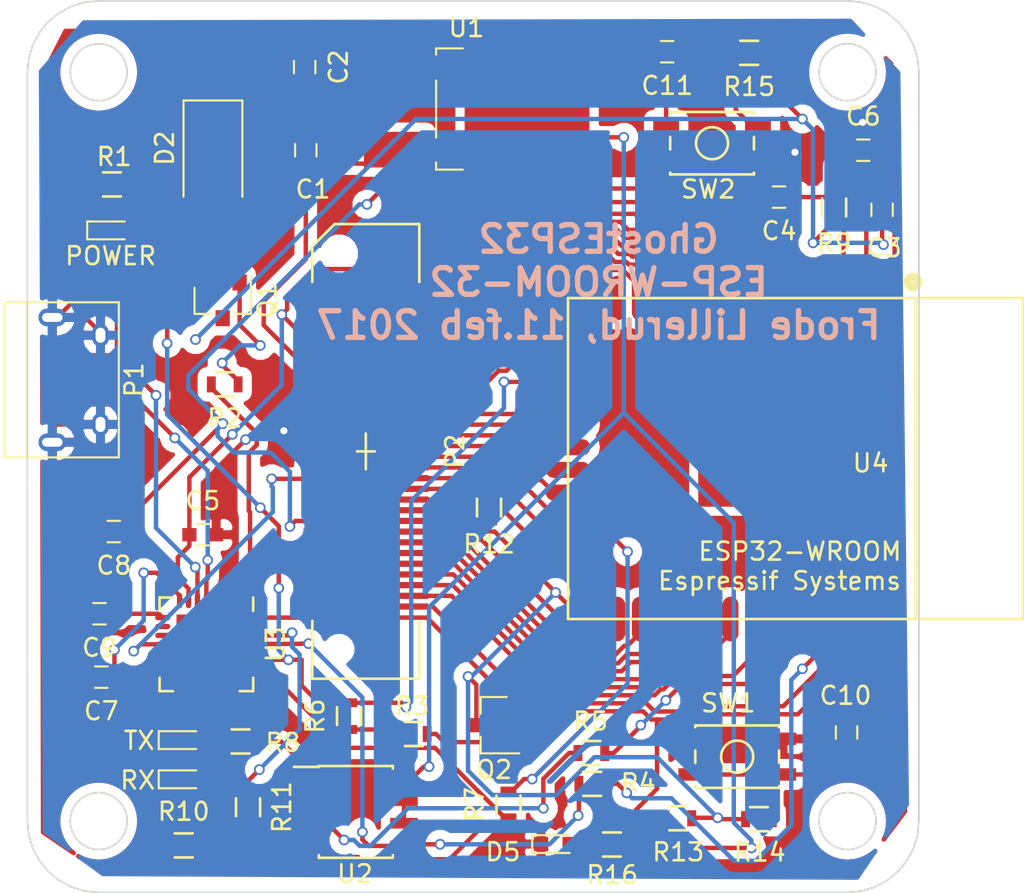
<source format=kicad_pcb>
(kicad_pcb (version 20170123) (host pcbnew no-vcs-found-7722~57~ubuntu16.04.1)
  (layers (0 F.Cu signal) (31 B.Cu signal) (34 B.Paste user hide) (35 F.Paste user hide) (36 B.SilkS user) (37 F.SilkS user) (38 B.Mask user) (39 F.Mask user) (44 Edge.Cuts user))
  (net 0 "")
  (net 1 +5V)
  (net 2 GND)
  (net 3 +3V3)
  (net 4 EN)
  (net 5 "Net-(C10-Pad1)")
  (net 6 "Net-(C11-Pad1)")
  (net 7 "Net-(D1-Pad2)")
  (net 8 "Net-(D2-Pad2)")
  (net 9 "Net-(D3-Pad2)")
  (net 10 "Net-(D4-Pad2)")
  (net 11 USB_DN)
  (net 12 USB_DP)
  (net 13 "Net-(P1-Pad4)")
  (net 14 SD2)
  (net 15 SD0)
  (net 16 USB_SUSPEND)
  (net 17 SD1)
  (net 18 IO34)
  (net 19 SENSOR_VP)
  (net 20 IO35)
  (net 21 SENSOR_VN)
  (net 22 SD3)
  (net 23 CMD)
  (net 24 "Net-(P2-Pad50)")
  (net 25 CLK)
  (net 26 IO15)
  (net 27 IO2)
  (net 28 IO16)
  (net 29 IO12)
  (net 30 IO5)
  (net 31 IO14)
  (net 32 IO4)
  (net 33 IO27)
  (net 34 IO0)
  (net 35 IO26)
  (net 36 IO18)
  (net 37 IO25)
  (net 38 IO19)
  (net 39 IO21)
  (net 40 IO32)
  (net 41 IO33)
  (net 42 IO17)
  (net 43 IO23)
  (net 44 IO22)
  (net 45 "Net-(Q1-Pad1)")
  (net 46 RTS)
  (net 47 "Net-(Q2-Pad1)")
  (net 48 DTR)
  (net 49 RXD)
  (net 50 TXD0)
  (net 51 TXD)
  (net 52 RXD0)
  (net 53 IO13)
  (net 54 CTS)
  (net 55 "Net-(R8-Pad2)")
  (net 56 "Net-(R10-Pad2)")
  (net 57 "Net-(R11-Pad1)")
  (net 58 "Net-(U3-Pad1)")
  (net 59 "Net-(U3-Pad2)")
  (net 60 "Net-(U3-Pad9)")
  (net 61 "Net-(U3-Pad10)")
  (net 62 "Net-(U3-Pad12)")
  (net 63 "Net-(U3-Pad13)")
  (net 64 "Net-(U3-Pad14)")
  (net 65 "Net-(U3-Pad15)")
  (net 66 "Net-(U3-Pad16)")
  (net 67 "Net-(U3-Pad17)")
  (net 68 "Net-(U3-Pad18)")
  (net 69 "Net-(U3-Pad19)")
  (net 70 "Net-(U3-Pad20)")
  (net 71 "Net-(U3-Pad21)")
  (net 72 "Net-(U3-Pad22)")
  (net 73 "Net-(U3-Pad27)")
  (net 74 "Net-(U4-Pad32)")
  (net 75 "Net-(P2-Pad17)")
  (net 76 "Net-(P2-Pad19)")
  (net 77 "Net-(P2-Pad6)")
  (net 78 "Net-(P2-Pad25)")
  (net 79 "Net-(P2-Pad10)")
  (net 80 "Net-(D5-Pad2)")
  (module Capacitors_SMD:C_0603 (layer F.Cu) (at 138.8237 76.9874 90)
    (fp_text reference C1 (at -2.18948 0.39878 180) (layer F.SilkS))
    (fp_text value 10uF)
    (pad 1 smd rect (at -0.75 0 90) (size 0.8 0.75) (layers F.Cu F.Paste F.Mask) (net 1 +5V))
    (pad 2 smd rect (at 0.75 0 90) (size 0.8 0.75) (layers F.Cu F.Paste F.Mask) (net 2 GND))
  )
  (module Capacitors_SMD:C_0603 (layer F.Cu) (at 138.7602 72.3265 270)
    (fp_text reference C2 (at 0 -1.9 270) (layer F.SilkS))
    (fp_text value 22uF)
    (pad 1 smd rect (at -0.75 0 270) (size 0.8 0.75) (layers F.Cu F.Paste F.Mask) (net 3 +3V3))
    (pad 2 smd rect (at 0.75 0 270) (size 0.8 0.75) (layers F.Cu F.Paste F.Mask) (net 2 GND))
  )
  (module Capacitors_SMD:C_0603 (layer F.Cu) (at 171.1452 80.3275 90)
    (fp_text reference C3 (at -2.14122 0.12192 180) (layer F.SilkS))
    (fp_text value 1nF)
    (pad 1 smd rect (at -0.75 0 90) (size 0.8 0.75) (layers F.Cu F.Paste F.Mask) (net 4 EN))
    (pad 2 smd rect (at 0.75 0 90) (size 0.8 0.75) (layers F.Cu F.Paste F.Mask) (net 2 GND))
  )
  (module Capacitors_SMD:C_0603 (layer F.Cu) (at 165.3667 79.6163 180)
    (fp_text reference C4 (at 0 -1.9 180) (layer F.SilkS))
    (fp_text value 100uF)
    (pad 1 smd rect (at -0.75 0 180) (size 0.8 0.75) (layers F.Cu F.Paste F.Mask) (net 3 +3V3))
    (pad 2 smd rect (at 0.75 0 180) (size 0.8 0.75) (layers F.Cu F.Paste F.Mask) (net 2 GND))
  )
  (module Capacitors_SMD:C_0603 (layer F.Cu) (at 133.0452 98.552)
    (fp_text reference C5 (at 0 -1.9) (layer F.SilkS))
    (fp_text value 10uF)
    (pad 1 smd rect (at -0.75 0) (size 0.8 0.75) (layers F.Cu F.Paste F.Mask) (net 3 +3V3))
    (pad 2 smd rect (at 0.75 0) (size 0.8 0.75) (layers F.Cu F.Paste F.Mask) (net 2 GND))
  )
  (module Capacitors_SMD:C_0603 (layer F.Cu) (at 170.0911 76.9874)
    (fp_text reference C6 (at 0 -1.9) (layer F.SilkS))
    (fp_text value 1uF)
    (pad 1 smd rect (at -0.75 0) (size 0.8 0.75) (layers F.Cu F.Paste F.Mask) (net 3 +3V3))
    (pad 2 smd rect (at 0.75 0) (size 0.8 0.75) (layers F.Cu F.Paste F.Mask) (net 2 GND))
  )
  (module Capacitors_SMD:C_0603 (layer F.Cu) (at 127.3556 106.5403 180)
    (fp_text reference C7 (at 0 -1.9 180) (layer F.SilkS))
    (fp_text value 0.1uF)
    (pad 1 smd rect (at -0.75 0 180) (size 0.8 0.75) (layers F.Cu F.Paste F.Mask) (net 3 +3V3))
    (pad 2 smd rect (at 0.75 0 180) (size 0.8 0.75) (layers F.Cu F.Paste F.Mask) (net 2 GND))
  )
  (module Capacitors_SMD:C_0603 (layer F.Cu) (at 128.0541 98.3742 180)
    (fp_text reference C8 (at 0 -1.9 180) (layer F.SilkS))
    (fp_text value 10uF)
    (pad 1 smd rect (at -0.75 0 180) (size 0.8 0.75) (layers F.Cu F.Paste F.Mask) (net 1 +5V))
    (pad 2 smd rect (at 0.75 0 180) (size 0.8 0.75) (layers F.Cu F.Paste F.Mask) (net 2 GND))
  )
  (module Capacitors_SMD:C_0603 (layer F.Cu) (at 127.254 102.9843 180)
    (fp_text reference C9 (at 0 -1.9 180) (layer F.SilkS))
    (fp_text value 10uF)
    (pad 1 smd rect (at -0.75 0 180) (size 0.8 0.75) (layers F.Cu F.Paste F.Mask) (net 1 +5V))
    (pad 2 smd rect (at 0.75 0 180) (size 0.8 0.75) (layers F.Cu F.Paste F.Mask) (net 2 GND))
  )
  (module Capacitors_SMD:C_0603 (layer F.Cu) (at 169.1513 109.6391 90)
    (fp_text reference C10 (at 2.0701 -0.05842 180) (layer F.SilkS))
    (fp_text value 1nF)
    (pad 1 smd rect (at -0.75 0 90) (size 0.8 0.75) (layers F.Cu F.Paste F.Mask) (net 5 "Net-(C10-Pad1)"))
    (pad 2 smd rect (at 0.75 0 90) (size 0.8 0.75) (layers F.Cu F.Paste F.Mask) (net 2 GND))
  )
  (module Capacitors_SMD:C_0603 (layer F.Cu) (at 159.0929 71.4629 180)
    (fp_text reference C11 (at 0 -1.9 180) (layer F.SilkS))
    (fp_text value 1nF)
    (pad 1 smd rect (at -0.75 0 180) (size 0.8 0.75) (layers F.Cu F.Paste F.Mask) (net 6 "Net-(C11-Pad1)"))
    (pad 2 smd rect (at 0.75 0 180) (size 0.8 0.75) (layers F.Cu F.Paste F.Mask) (net 2 GND))
  )
  (module LEDs:LED_0603 (layer F.Cu) (at 127.8637 81.4832)
    (fp_text reference POWER (at 0.01514 1.43256) (layer F.SilkS))
    (fp_text value "RED LED")
    (pad 2 smd rect (at 0.8 0 180) (size 0.8 0.8) (layers F.Cu F.Paste F.Mask) (net 7 "Net-(D1-Pad2)"))
    (pad 1 smd rect (at -0.8 0 180) (size 0.8 0.8) (layers F.Cu F.Paste F.Mask) (net 2 GND))
  )
  (module Diodes_SMD:D_SMA_Standard (layer F.Cu) (at 133.6167 77.597 270)
    (fp_text reference D2 (at -0.72136 2.7051 90) (layer F.SilkS))
    (fp_text value "SSA33L Schottky")
    (pad 1 smd rect (at -2 0 270) (size 2.5 1.8) (layers F.Cu F.Paste F.Mask) (net 1 +5V))
    (pad 2 smd rect (at 2 0 270) (size 2.5 1.8) (layers F.Cu F.Paste F.Mask) (net 8 "Net-(D2-Pad2)"))
  )
  (module LEDs:LED_0603 (layer F.Cu) (at 131.8768 110.0709)
    (fp_text reference TX (at -2.39776 0.02794) (layer F.SilkS))
    (fp_text value TXLED)
    (pad 2 smd rect (at 0.8 0 180) (size 0.8 0.8) (layers F.Cu F.Paste F.Mask) (net 9 "Net-(D3-Pad2)"))
    (pad 1 smd rect (at -0.8 0 180) (size 0.8 0.8) (layers F.Cu F.Paste F.Mask) (net 2 GND))
  )
  (module LEDs:LED_0603 (layer F.Cu) (at 131.8768 112.268)
    (fp_text reference RX (at -2.47904 0.05588) (layer F.SilkS))
    (fp_text value RXLED)
    (pad 2 smd rect (at 0.8 0 180) (size 0.8 0.8) (layers F.Cu F.Paste F.Mask) (net 10 "Net-(D4-Pad2)"))
    (pad 1 smd rect (at -0.8 0 180) (size 0.8 0.8) (layers F.Cu F.Paste F.Mask) (net 2 GND))
  )
  (module Connectors:USB_Micro-B (layer F.Cu) (at 125.9586 89.8652 270)
    (fp_text reference P1 (at 0 -3.24 270) (layer F.SilkS))
    (fp_text value USB_OTG)
    (pad 1 smd rect (at -1.3 -1.35) (size 1.35 0.4) (layers F.Cu F.Paste F.Mask) (net 8 "Net-(D2-Pad2)"))
    (pad 2 smd rect (at -0.65 -1.35) (size 1.35 0.4) (layers F.Cu F.Paste F.Mask) (net 11 USB_DN))
    (pad 3 smd rect (at 0 -1.35) (size 1.35 0.4) (layers F.Cu F.Paste F.Mask) (net 12 USB_DP))
    (pad 4 smd rect (at 0.65 -1.35) (size 1.35 0.4) (layers F.Cu F.Paste F.Mask) (net 13 "Net-(P1-Pad4)"))
    (pad 5 smd rect (at 1.3 -1.35) (size 1.35 0.4) (layers F.Cu F.Paste F.Mask) (net 2 GND))
    (pad 6 thru_hole oval (at -2.5 -1.35) (size 0.95 1.25) (drill oval 0.55 0.85) (layers *.Cu *.Mask) (net 2 GND))
    (pad 6 thru_hole oval (at 2.5 -1.35) (size 0.95 1.25) (drill oval 0.55 0.85) (layers *.Cu *.Mask) (net 2 GND))
    (pad 6 thru_hole oval (at -3.5 1.35) (size 1.55 1) (drill oval 1.15 0.5) (layers *.Cu *.Mask) (net 2 GND))
    (pad 6 thru_hole oval (at 3.5 1.35) (size 1.55 1) (drill oval 1.15 0.5) (layers *.Cu *.Mask) (net 2 GND))
  )
  (module hrs-fx8c:hrs-fx8c-60p-sv (layer F.Cu) (at 142.1892 93.8784 270)
    (fp_text reference P2 (at 0 -5 270) (layer F.SilkS))
    (fp_text value CONN_02X30)
    (pad 45 smd rect (at 0.3 -2.25 270) (size 0.35 2.5) (layers F.Cu F.Paste F.Mask) (net 15 SD0))
    (pad 44 smd rect (at 0.9 -2.25 270) (size 0.35 2.5) (layers F.Cu F.Paste F.Mask) (net 17 SD1))
    (pad 43 smd rect (at 1.5 -2.25 270) (size 0.35 2.5) (layers F.Cu F.Paste F.Mask) (net 26 IO15))
    (pad 42 smd rect (at 2.1 -2.25 270) (size 0.35 2.5) (layers F.Cu F.Paste F.Mask) (net 27 IO2))
    (pad 41 smd rect (at 2.7 -2.25 270) (size 0.35 2.5) (layers F.Cu F.Paste F.Mask) (net 2 GND))
    (pad 40 smd rect (at 3.3 -2.25 270) (size 0.35 2.5) (layers F.Cu F.Paste F.Mask) (net 34 IO0))
    (pad 39 smd rect (at 3.9 -2.25 270) (size 0.35 2.5) (layers F.Cu F.Paste F.Mask) (net 32 IO4))
    (pad 38 smd rect (at 4.5 -2.25 270) (size 0.35 2.5) (layers F.Cu F.Paste F.Mask) (net 28 IO16))
    (pad 37 smd rect (at 5.1 -2.25 270) (size 0.35 2.5) (layers F.Cu F.Paste F.Mask) (net 42 IO17))
    (pad 36 smd rect (at 5.7 -2.25 270) (size 0.35 2.5) (layers F.Cu F.Paste F.Mask) (net 30 IO5))
    (pad 35 smd rect (at 6.3 -2.25 270) (size 0.35 2.5) (layers F.Cu F.Paste F.Mask) (net 36 IO18))
    (pad 34 smd rect (at 6.9 -2.25 270) (size 0.35 2.5) (layers F.Cu F.Paste F.Mask) (net 38 IO19))
    (pad 33 smd rect (at 7.5 -2.25 270) (size 0.35 2.5) (layers F.Cu F.Paste F.Mask) (net 39 IO21))
    (pad 32 smd rect (at 8.1 -2.25 270) (size 0.35 2.5) (layers F.Cu F.Paste F.Mask) (net 44 IO22))
    (pad 31 smd rect (at 8.7 -2.25 270) (size 0.35 2.5) (layers F.Cu F.Paste F.Mask) (net 43 IO23))
    (pad 46 smd rect (at -0.3 -2.25 270) (size 0.35 2.5) (layers F.Cu F.Paste F.Mask) (net 25 CLK))
    (pad 47 smd rect (at -0.9 -2.25 270) (size 0.35 2.5) (layers F.Cu F.Paste F.Mask) (net 23 CMD))
    (pad 48 smd rect (at -1.5 -2.25 270) (size 0.35 2.5) (layers F.Cu F.Paste F.Mask) (net 22 SD3))
    (pad 49 smd rect (at -2.1 -2.25 270) (size 0.35 2.5) (layers F.Cu F.Paste F.Mask) (net 14 SD2))
    (pad 50 smd rect (at -2.7 -2.25 270) (size 0.35 2.5) (layers F.Cu F.Paste F.Mask) (net 24 "Net-(P2-Pad50)"))
    (pad 51 smd rect (at -3.3 -2.25 270) (size 0.35 2.5) (layers F.Cu F.Paste F.Mask) (net 29 IO12))
    (pad 52 smd rect (at -3.9 -2.25 270) (size 0.35 2.5) (layers F.Cu F.Paste F.Mask) (net 31 IO14))
    (pad 53 smd rect (at -4.5 -2.25 270) (size 0.35 2.5) (layers F.Cu F.Paste F.Mask) (net 33 IO27))
    (pad 54 smd rect (at -5.1 -2.25 270) (size 0.35 2.5) (layers F.Cu F.Paste F.Mask) (net 35 IO26))
    (pad 55 smd rect (at -5.7 -2.25 270) (size 0.35 2.5) (layers F.Cu F.Paste F.Mask) (net 37 IO25))
    (pad 56 smd rect (at -6.3 -2.25 270) (size 0.35 2.5) (layers F.Cu F.Paste F.Mask) (net 41 IO33))
    (pad 57 smd rect (at -6.9 -2.25 270) (size 0.35 2.5) (layers F.Cu F.Paste F.Mask) (net 40 IO32))
    (pad 58 smd rect (at -7.5 -2.25 270) (size 0.35 2.5) (layers F.Cu F.Paste F.Mask) (net 20 IO35))
    (pad 59 smd rect (at -8.1 -2.25 270) (size 0.35 2.5) (layers F.Cu F.Paste F.Mask) (net 18 IO34))
    (pad 60 smd rect (at -8.7 -2.25 270) (size 0.35 2.5) (layers F.Cu F.Paste F.Mask) (net 21 SENSOR_VN))
    (pad 16 smd rect (at 0.3 2.25 270) (size 0.35 2.5) (layers F.Cu F.Paste F.Mask) (net 2 GND))
    (pad 17 smd rect (at 0.9 2.25 270) (size 0.35 2.5) (layers F.Cu F.Paste F.Mask) (net 75 "Net-(P2-Pad17)"))
    (pad 18 smd rect (at 1.5 2.25 270) (size 0.35 2.5) (layers F.Cu F.Paste F.Mask) (net 16 USB_SUSPEND))
    (pad 19 smd rect (at 2.1 2.25 270) (size 0.35 2.5) (layers F.Cu F.Paste F.Mask) (net 76 "Net-(P2-Pad19)"))
    (pad 20 smd rect (at 2.7 2.25 270) (size 0.35 2.5) (layers F.Cu F.Paste F.Mask) (net 1 +5V))
    (pad 21 smd rect (at 3.3 2.25 270) (size 0.35 2.5) (layers F.Cu F.Paste F.Mask) (net 1 +5V))
    (pad 22 smd rect (at 3.9 2.25 270) (size 0.35 2.5) (layers F.Cu F.Paste F.Mask) (net 1 +5V))
    (pad 23 smd rect (at 4.5 2.25 270) (size 0.35 2.5) (layers F.Cu F.Paste F.Mask) (net 1 +5V))
    (pad 24 smd rect (at 5.1 2.25 270) (size 0.35 2.5) (layers F.Cu F.Paste F.Mask) (net 1 +5V))
    (pad 25 smd rect (at 5.7 2.25 270) (size 0.35 2.5) (layers F.Cu F.Paste F.Mask) (net 78 "Net-(P2-Pad25)"))
    (pad 26 smd rect (at 6.3 2.25 270) (size 0.35 2.5) (layers F.Cu F.Paste F.Mask) (net 2 GND))
    (pad 27 smd rect (at 6.9 2.25 270) (size 0.35 2.5) (layers F.Cu F.Paste F.Mask) (net 2 GND))
    (pad 29 smd rect (at 8.1 2.25 270) (size 0.35 2.5) (layers F.Cu F.Paste F.Mask) (net 2 GND))
    (pad 30 smd rect (at 8.7 2.25 270) (size 0.35 2.5) (layers F.Cu F.Paste F.Mask) (net 2 GND))
    (pad 28 smd rect (at 7.5 2.25 270) (size 0.35 2.5) (layers F.Cu F.Paste F.Mask) (net 2 GND))
    (pad 15 smd rect (at -0.3 2.25 270) (size 0.35 2.5) (layers F.Cu F.Paste F.Mask) (net 2 GND))
    (pad 14 smd rect (at -0.9 2.25 270) (size 0.35 2.5) (layers F.Cu F.Paste F.Mask) (net 2 GND))
    (pad 11 smd rect (at -2.7 2.25 270) (size 0.35 2.5) (layers F.Cu F.Paste F.Mask) (net 2 GND))
    (pad 13 smd rect (at -1.5 2.25 270) (size 0.35 2.5) (layers F.Cu F.Paste F.Mask) (net 2 GND))
    (pad 12 smd rect (at -2.1 2.25 270) (size 0.35 2.5) (layers F.Cu F.Paste F.Mask) (net 2 GND))
    (pad 10 smd rect (at -3.3 2.25 270) (size 0.35 2.5) (layers F.Cu F.Paste F.Mask) (net 79 "Net-(P2-Pad10)"))
    (pad 6 smd rect (at -5.7 2.25 270) (size 0.35 2.5) (layers F.Cu F.Paste F.Mask) (net 77 "Net-(P2-Pad6)"))
    (pad 8 smd rect (at -4.5 2.25 270) (size 0.35 2.5) (layers F.Cu F.Paste F.Mask) (net 1 +5V))
    (pad 9 smd rect (at -3.9 2.25 270) (size 0.35 2.5) (layers F.Cu F.Paste F.Mask) (net 1 +5V))
    (pad 7 smd rect (at -5.1 2.25 270) (size 0.35 2.5) (layers F.Cu F.Paste F.Mask) (net 1 +5V))
    (pad 2 smd rect (at -8.1 2.25 270) (size 0.35 2.5) (layers F.Cu F.Paste F.Mask) (net 3 +3V3))
    (pad 4 smd rect (at -6.9 2.25 270) (size 0.35 2.5) (layers F.Cu F.Paste F.Mask) (net 3 +3V3))
    (pad 3 smd rect (at -7.5 2.25 270) (size 0.35 2.5) (layers F.Cu F.Paste F.Mask) (net 3 +3V3))
    (pad 1 smd rect (at -8.7 2.25 270) (size 0.35 2.5) (layers F.Cu F.Paste F.Mask) (net 19 SENSOR_VP))
    (pad 5 smd rect (at -6.3 2.25 270) (size 0.35 2.5) (layers F.Cu F.Paste F.Mask) (net 3 +3V3))
    (pad "" np_thru_hole circle (at 11.1 1.5 270) (size 0.7 0.7) (drill 0.7) (layers *.Cu *.Mask F.SilkS))
    (pad "" np_thru_hole circle (at -11.1 1.5 270) (size 1.1 1.1) (drill 1.1) (layers *.Cu *.Mask F.SilkS))
  )
  (module TO_SOT_Packages_SMD:SOT-23 (layer F.Cu) (at 134.1628 85.4075 270)
    (fp_text reference Q1 (at 0 -2.5 270) (layer F.SilkS))
    (fp_text value Q_NPN_BEC)
    (pad 1 smd rect (at -1 -0.95 270) (size 0.9 0.8) (layers F.Cu F.Paste F.Mask) (net 45 "Net-(Q1-Pad1)"))
    (pad 2 smd rect (at -1 0.95 270) (size 0.9 0.8) (layers F.Cu F.Paste F.Mask) (net 46 RTS))
    (pad 3 smd rect (at 1 0 270) (size 0.9 0.8) (layers F.Cu F.Paste F.Mask) (net 4 EN))
  )
  (module TO_SOT_Packages_SMD:SOT-23 (layer F.Cu) (at 149.3901 109.2327 180)
    (fp_text reference Q2 (at 0 -2.5 180) (layer F.SilkS))
    (fp_text value Q_NPN_BEC)
    (pad 1 smd rect (at -1 -0.95 180) (size 0.9 0.8) (layers F.Cu F.Paste F.Mask) (net 47 "Net-(Q2-Pad1)"))
    (pad 2 smd rect (at -1 0.95 180) (size 0.9 0.8) (layers F.Cu F.Paste F.Mask) (net 48 DTR))
    (pad 3 smd rect (at 1 0 180) (size 0.9 0.8) (layers F.Cu F.Paste F.Mask) (net 34 IO0))
  )
  (module Resistors_SMD:R_0603 (layer F.Cu) (at 127.9525 78.9051 180)
    (fp_text reference R1 (at -0.11938 1.55194 180) (layer F.SilkS))
    (fp_text value 2K)
    (pad 1 smd rect (at -0.75 0 180) (size 0.5 0.9) (layers F.Cu F.Paste F.Mask) (net 1 +5V))
    (pad 2 smd rect (at 0.75 0 180) (size 0.5 0.9) (layers F.Cu F.Paste F.Mask) (net 7 "Net-(D1-Pad2)"))
  )
  (module Resistors_SMD:R_0603 (layer F.Cu) (at 134.2771 90.1192 180)
    (fp_text reference R2 (at 0 -1.9 180) (layer F.SilkS))
    (fp_text value 12K)
    (pad 1 smd rect (at -0.75 0 180) (size 0.5 0.9) (layers F.Cu F.Paste F.Mask) (net 45 "Net-(Q1-Pad1)"))
    (pad 2 smd rect (at 0.75 0 180) (size 0.5 0.9) (layers F.Cu F.Paste F.Mask) (net 48 DTR))
  )
  (module Resistors_SMD:R_0603 (layer F.Cu) (at 144.8816 109.728 180)
    (fp_text reference R3 (at 0.1016 1.55448 180) (layer F.SilkS))
    (fp_text value 12K)
    (pad 1 smd rect (at -0.75 0 180) (size 0.5 0.9) (layers F.Cu F.Paste F.Mask) (net 47 "Net-(Q2-Pad1)"))
    (pad 2 smd rect (at 0.75 0 180) (size 0.5 0.9) (layers F.Cu F.Paste F.Mask) (net 46 RTS))
  )
  (module Resistors_SMD:R_0603 (layer F.Cu) (at 154.8892 112.522)
    (fp_text reference R4 (at 2.57556 -0.04064) (layer F.SilkS))
    (fp_text value 0)
    (pad 1 smd rect (at -0.75 0) (size 0.5 0.9) (layers F.Cu F.Paste F.Mask) (net 49 RXD))
    (pad 2 smd rect (at 0.75 0) (size 0.5 0.9) (layers F.Cu F.Paste F.Mask) (net 50 TXD0))
  )
  (module Resistors_SMD:R_0603 (layer F.Cu) (at 154.8384 110.7948)
    (fp_text reference R5 (at -0.04572 -1.77292) (layer F.SilkS))
    (fp_text value 0)
    (pad 1 smd rect (at -0.75 0) (size 0.5 0.9) (layers F.Cu F.Paste F.Mask) (net 51 TXD))
    (pad 2 smd rect (at 0.75 0) (size 0.5 0.9) (layers F.Cu F.Paste F.Mask) (net 52 RXD0))
  )
  (module Resistors_SMD:R_0603 (layer F.Cu) (at 141.2494 108.7247 90)
    (fp_text reference R6 (at 0 -1.9 90) (layer F.SilkS))
    (fp_text value "(NC)")
    (pad 1 smd rect (at -0.75 0 90) (size 0.5 0.9) (layers F.Cu F.Paste F.Mask) (net 46 RTS))
    (pad 2 smd rect (at 0.75 0 90) (size 0.5 0.9) (layers F.Cu F.Paste F.Mask) (net 53 IO13))
  )
  (module Resistors_SMD:R_0603 (layer F.Cu) (at 150.1902 113.6777 90)
    (fp_text reference R7 (at 0 -1.9 90) (layer F.SilkS))
    (fp_text value "(NC)")
    (pad 1 smd rect (at -0.75 0 90) (size 0.5 0.9) (layers F.Cu F.Paste F.Mask) (net 54 CTS))
    (pad 2 smd rect (at 0.75 0 90) (size 0.5 0.9) (layers F.Cu F.Paste F.Mask) (net 26 IO15))
  )
  (module Resistors_SMD:R_0603 (layer F.Cu) (at 135.1661 110.1471)
    (fp_text reference R8 (at 2.36982 0.0635) (layer F.SilkS))
    (fp_text value 1k)
    (pad 1 smd rect (at -0.75 0) (size 0.5 0.9) (layers F.Cu F.Paste F.Mask) (net 9 "Net-(D3-Pad2)"))
    (pad 2 smd rect (at 0.75 0) (size 0.5 0.9) (layers F.Cu F.Paste F.Mask) (net 55 "Net-(R8-Pad2)"))
  )
  (module Resistors_SMD:R_0603 (layer F.Cu) (at 168.4528 80.1998 270)
    (fp_text reference R9 (at 2.00984 0) (layer F.SilkS))
    (fp_text value 12K)
    (pad 1 smd rect (at -0.75 0 270) (size 0.5 0.9) (layers F.Cu F.Paste F.Mask) (net 3 +3V3))
    (pad 2 smd rect (at 0.75 0 270) (size 0.5 0.9) (layers F.Cu F.Paste F.Mask) (net 4 EN))
  )
  (module Resistors_SMD:R_0603 (layer F.Cu) (at 131.9784 115.9764)
    (fp_text reference R10 (at 0 -1.9) (layer F.SilkS))
    (fp_text value 1k)
    (pad 1 smd rect (at -0.75 0) (size 0.5 0.9) (layers F.Cu F.Paste F.Mask) (net 10 "Net-(D4-Pad2)"))
    (pad 2 smd rect (at 0.75 0) (size 0.5 0.9) (layers F.Cu F.Paste F.Mask) (net 56 "Net-(R10-Pad2)"))
  )
  (module Resistors_SMD:R_0603 (layer F.Cu) (at 135.5852 113.8301 270)
    (fp_text reference R11 (at 0 -1.9 270) (layer F.SilkS))
    (fp_text value 470)
    (pad 1 smd rect (at -0.75 0 270) (size 0.5 0.9) (layers F.Cu F.Paste F.Mask) (net 57 "Net-(R11-Pad1)"))
    (pad 2 smd rect (at 0.75 0 270) (size 0.5 0.9) (layers F.Cu F.Paste F.Mask) (net 51 TXD))
  )
  (module Resistors_SMD:R_0603 (layer F.Cu) (at 149.098 97.028 90)
    (fp_text reference R12 (at -2.05232 0.01016 180) (layer F.SilkS))
    (fp_text value 5K)
    (pad 1 smd rect (at -0.75 0 90) (size 0.5 0.9) (layers F.Cu F.Paste F.Mask) (net 2 GND))
    (pad 2 smd rect (at 0.75 0 90) (size 0.5 0.9) (layers F.Cu F.Paste F.Mask) (net 27 IO2))
  )
  (module Resistors_SMD:R_0603 (layer F.Cu) (at 159.7152 114.4524 180)
    (fp_text reference R13 (at 0 -1.9 180) (layer F.SilkS))
    (fp_text value 5K)
    (pad 1 smd rect (at -0.75 0 180) (size 0.5 0.9) (layers F.Cu F.Paste F.Mask) (net 34 IO0))
    (pad 2 smd rect (at 0.75 0 180) (size 0.5 0.9) (layers F.Cu F.Paste F.Mask) (net 3 +3V3))
  )
  (module Resistors_SMD:R_0603 (layer F.Cu) (at 164.2364 114.5032)
    (fp_text reference R14 (at 0.04572 1.86436) (layer F.SilkS))
    (fp_text value 470)
    (pad 1 smd rect (at -0.75 0) (size 0.5 0.9) (layers F.Cu F.Paste F.Mask) (net 34 IO0))
    (pad 2 smd rect (at 0.75 0) (size 0.5 0.9) (layers F.Cu F.Paste F.Mask) (net 5 "Net-(C10-Pad1)"))
  )
  (module Resistors_SMD:R_0603 (layer F.Cu) (at 163.6903 71.5264 180)
    (fp_text reference R15 (at 0 -1.9 180) (layer F.SilkS))
    (fp_text value 470)
    (pad 1 smd rect (at -0.75 0 180) (size 0.5 0.9) (layers F.Cu F.Paste F.Mask) (net 4 EN))
    (pad 2 smd rect (at 0.75 0 180) (size 0.5 0.9) (layers F.Cu F.Paste F.Mask) (net 6 "Net-(C11-Pad1)"))
  )
  (module Buttons_Switches_SMD:SW_SPST_EVQP2 (layer F.Cu) (at 163.0172 110.998)
    (fp_text reference SW1 (at -0.5 -3) (layer F.SilkS))
    (fp_text value SW_Push)
    (pad 1 smd rect (at 2.575 -1) (size 1.45 0.7) (layers F.Cu F.Paste F.Mask) (net 2 GND))
    (pad 1 smd rect (at -2.575 -1) (size 1.45 0.7) (layers F.Cu F.Paste F.Mask) (net 2 GND))
    (pad 2 smd rect (at -2.575 1) (size 1.45 0.7) (layers F.Cu F.Paste F.Mask) (net 5 "Net-(C10-Pad1)"))
    (pad 2 smd rect (at 2.575 1) (size 1.45 0.7) (layers F.Cu F.Paste F.Mask) (net 5 "Net-(C10-Pad1)"))
  )
  (module Buttons_Switches_SMD:SW_SPST_EVQP2 (layer F.Cu) (at 161.6075 76.5937 180)
    (fp_text reference SW2 (at 0.2159 -2.58318 180) (layer F.SilkS))
    (fp_text value SW_Push)
    (pad 1 smd rect (at 2.575 -1 180) (size 1.45 0.7) (layers F.Cu F.Paste F.Mask) (net 2 GND))
    (pad 1 smd rect (at -2.575 -1 180) (size 1.45 0.7) (layers F.Cu F.Paste F.Mask) (net 2 GND))
    (pad 2 smd rect (at -2.575 1 180) (size 1.45 0.7) (layers F.Cu F.Paste F.Mask) (net 6 "Net-(C11-Pad1)"))
    (pad 2 smd rect (at 2.575 1 180) (size 1.45 0.7) (layers F.Cu F.Paste F.Mask) (net 6 "Net-(C11-Pad1)"))
  )
  (module TO_SOT_Packages_SMD:TO-252-2Lead (layer F.Cu) (at 147.5316 74.666)
    (fp_text reference U1 (at 0.3 -4.54) (layer F.SilkS))
    (fp_text value MC33269)
    (pad 1 smd rect (at -3.7 -2.29 270) (size 2 3.5) (layers F.Cu F.Paste F.Mask) (net 2 GND))
    (pad 3 smd rect (at -3.7 2.29 270) (size 2 3.5) (layers F.Cu F.Paste F.Mask) (net 1 +5V))
    (pad 2 smd rect (at 3.7 0.01 270) (size 7 7) (layers F.Cu F.Paste F.Mask) (net 3 +3V3))
  )
  (module Housings_SOIC:SOIC-8_3.9x4.9mm_Pitch1.27mm (layer F.Cu) (at 141.6304 114.0968)
    (fp_text reference U2 (at -0.0508 3.48488) (layer F.SilkS))
    (fp_text value LM358)
    (pad 1 smd rect (at -2.7 -1.905) (size 1.55 0.6) (layers F.Cu F.Paste F.Mask) (net 55 "Net-(R8-Pad2)"))
    (pad 2 smd rect (at -2.7 -0.635) (size 1.55 0.6) (layers F.Cu F.Paste F.Mask) (net 55 "Net-(R8-Pad2)"))
    (pad 3 smd rect (at -2.7 0.635) (size 1.55 0.6) (layers F.Cu F.Paste F.Mask) (net 51 TXD))
    (pad 4 smd rect (at -2.7 1.905) (size 1.55 0.6) (layers F.Cu F.Paste F.Mask) (net 2 GND))
    (pad 5 smd rect (at 2.7 1.905) (size 1.55 0.6) (layers F.Cu F.Paste F.Mask) (net 49 RXD))
    (pad 6 smd rect (at 2.7 0.635) (size 1.55 0.6) (layers F.Cu F.Paste F.Mask) (net 56 "Net-(R10-Pad2)"))
    (pad 7 smd rect (at 2.7 -0.635) (size 1.55 0.6) (layers F.Cu F.Paste F.Mask) (net 56 "Net-(R10-Pad2)"))
    (pad 8 smd rect (at 2.7 -1.905) (size 1.55 0.6) (layers F.Cu F.Paste F.Mask) (net 3 +3V3))
  )
  (module Housings_DFN_QFN:QFN-28-1EP_5x5mm_Pitch0.5mm (layer F.Cu) (at 133.2484 104.6988 270)
    (fp_text reference U3 (at 0 -3.875 270) (layer F.SilkS))
    (fp_text value CP2102)
    (pad 1 smd oval (at -2.45 -1.5 270) (size 0.85 0.3) (layers F.Cu F.Paste F.Mask) (net 58 "Net-(U3-Pad1)"))
    (pad 2 smd oval (at -2.45 -1 270) (size 0.85 0.3) (layers F.Cu F.Paste F.Mask) (net 59 "Net-(U3-Pad2)"))
    (pad 3 smd oval (at -2.45 -0.5 270) (size 0.85 0.3) (layers F.Cu F.Paste F.Mask) (net 2 GND))
    (pad 4 smd oval (at -2.45 0 270) (size 0.85 0.3) (layers F.Cu F.Paste F.Mask) (net 12 USB_DP))
    (pad 5 smd oval (at -2.45 0.5 270) (size 0.85 0.3) (layers F.Cu F.Paste F.Mask) (net 11 USB_DN))
    (pad 6 smd oval (at -2.45 1 270) (size 0.85 0.3) (layers F.Cu F.Paste F.Mask) (net 3 +3V3))
    (pad 7 smd oval (at -2.45 1.5 270) (size 0.85 0.3) (layers F.Cu F.Paste F.Mask) (net 3 +3V3))
    (pad 8 smd oval (at -1.5 2.45) (size 0.85 0.3) (layers F.Cu F.Paste F.Mask) (net 1 +5V))
    (pad 9 smd oval (at -1 2.45) (size 0.85 0.3) (layers F.Cu F.Paste F.Mask) (net 60 "Net-(U3-Pad9)"))
    (pad 10 smd oval (at -0.5 2.45) (size 0.85 0.3) (layers F.Cu F.Paste F.Mask) (net 61 "Net-(U3-Pad10)"))
    (pad 11 smd oval (at 0 2.45) (size 0.85 0.3) (layers F.Cu F.Paste F.Mask) (net 16 USB_SUSPEND))
    (pad 12 smd oval (at 0.5 2.45) (size 0.85 0.3) (layers F.Cu F.Paste F.Mask) (net 62 "Net-(U3-Pad12)"))
    (pad 13 smd oval (at 1 2.45) (size 0.85 0.3) (layers F.Cu F.Paste F.Mask) (net 63 "Net-(U3-Pad13)"))
    (pad 14 smd oval (at 1.5 2.45) (size 0.85 0.3) (layers F.Cu F.Paste F.Mask) (net 64 "Net-(U3-Pad14)"))
    (pad 15 smd oval (at 2.45 1.5 270) (size 0.85 0.3) (layers F.Cu F.Paste F.Mask) (net 65 "Net-(U3-Pad15)"))
    (pad 16 smd oval (at 2.45 1 270) (size 0.85 0.3) (layers F.Cu F.Paste F.Mask) (net 66 "Net-(U3-Pad16)"))
    (pad 17 smd oval (at 2.45 0.5 270) (size 0.85 0.3) (layers F.Cu F.Paste F.Mask) (net 67 "Net-(U3-Pad17)"))
    (pad 18 smd oval (at 2.45 0 270) (size 0.85 0.3) (layers F.Cu F.Paste F.Mask) (net 68 "Net-(U3-Pad18)"))
    (pad 19 smd oval (at 2.45 -0.5 270) (size 0.85 0.3) (layers F.Cu F.Paste F.Mask) (net 69 "Net-(U3-Pad19)"))
    (pad 20 smd oval (at 2.45 -1 270) (size 0.85 0.3) (layers F.Cu F.Paste F.Mask) (net 70 "Net-(U3-Pad20)"))
    (pad 21 smd oval (at 2.45 -1.5 270) (size 0.85 0.3) (layers F.Cu F.Paste F.Mask) (net 71 "Net-(U3-Pad21)"))
    (pad 22 smd oval (at 1.5 -2.45) (size 0.85 0.3) (layers F.Cu F.Paste F.Mask) (net 72 "Net-(U3-Pad22)"))
    (pad 23 smd oval (at 1 -2.45) (size 0.85 0.3) (layers F.Cu F.Paste F.Mask) (net 54 CTS))
    (pad 24 smd oval (at 0.5 -2.45) (size 0.85 0.3) (layers F.Cu F.Paste F.Mask) (net 46 RTS))
    (pad 25 smd oval (at 0 -2.45) (size 0.85 0.3) (layers F.Cu F.Paste F.Mask) (net 49 RXD))
    (pad 26 smd oval (at -0.5 -2.45) (size 0.85 0.3) (layers F.Cu F.Paste F.Mask) (net 57 "Net-(R11-Pad1)"))
    (pad 27 smd oval (at -1 -2.45) (size 0.85 0.3) (layers F.Cu F.Paste F.Mask) (net 73 "Net-(U3-Pad27)"))
    (pad 28 smd oval (at -1.5 -2.45) (size 0.85 0.3) (layers F.Cu F.Paste F.Mask) (net 48 DTR))
    (pad 29 smd rect (at 0.8375 0.8375 270) (size 1.675 1.675) (layers F.Cu F.Paste F.Mask) (net 2 GND))
    (pad 29 smd rect (at 0.8375 -0.8375 270) (size 1.675 1.675) (layers F.Cu F.Paste F.Mask) (net 2 GND))
    (pad 29 smd rect (at -0.8375 0.8375 270) (size 1.675 1.675) (layers F.Cu F.Paste F.Mask) (net 2 GND))
    (pad 29 smd rect (at -0.8375 -0.8375 270) (size 1.675 1.675) (layers F.Cu F.Paste F.Mask) (net 2 GND))
  )
  (module NorBotKiCadFootprints:ESP32-WROOM (layer F.Cu) (at 166.28 94.28 90)
    (fp_text reference U4 (at -0.2588 4.22004 180) (layer F.SilkS))
    (fp_text value ESP-WROOM-32)
    (fp_text user "Espressif Systems" (at -6.858 -0.889 180) (layer F.SilkS))
    (fp_text user ESP32-WROOM (at -5.207 0.254 180) (layer F.SilkS))
    (pad 38 smd oval (at -9 5.25 90) (size 2.5 0.9) (layers F.Cu F.Paste F.Mask) (net 2 GND))
    (pad 37 smd oval (at -9 3.98 90) (size 2.5 0.9) (layers F.Cu F.Paste F.Mask) (net 43 IO23))
    (pad 36 smd oval (at -9 2.71 90) (size 2.5 0.9) (layers F.Cu F.Paste F.Mask) (net 44 IO22))
    (pad 35 smd oval (at -9 1.44 90) (size 2.5 0.9) (layers F.Cu F.Paste F.Mask) (net 50 TXD0))
    (pad 34 smd oval (at -9 0.17 90) (size 2.5 0.9) (layers F.Cu F.Paste F.Mask) (net 52 RXD0))
    (pad 33 smd oval (at -9 -1.1 90) (size 2.5 0.9) (layers F.Cu F.Paste F.Mask) (net 39 IO21))
    (pad 32 smd oval (at -9 -2.37 90) (size 2.5 0.9) (layers F.Cu F.Paste F.Mask) (net 74 "Net-(U4-Pad32)"))
    (pad 31 smd oval (at -9 -3.64 90) (size 2.5 0.9) (layers F.Cu F.Paste F.Mask) (net 38 IO19))
    (pad 30 smd oval (at -9 -4.91 90) (size 2.5 0.9) (layers F.Cu F.Paste F.Mask) (net 36 IO18))
    (pad 29 smd oval (at -9 -6.18 90) (size 2.5 0.9) (layers F.Cu F.Paste F.Mask) (net 30 IO5))
    (pad 28 smd oval (at -9 -7.45 90) (size 2.5 0.9) (layers F.Cu F.Paste F.Mask) (net 42 IO17))
    (pad 27 smd oval (at -9 -8.72 90) (size 2.5 0.9) (layers F.Cu F.Paste F.Mask) (net 28 IO16))
    (pad 26 smd oval (at -9 -9.99 90) (size 2.5 0.9) (layers F.Cu F.Paste F.Mask) (net 32 IO4))
    (pad 25 smd oval (at -9 -11.26 90) (size 2.5 0.9) (layers F.Cu F.Paste F.Mask) (net 34 IO0))
    (pad 24 smd oval (at -5.715 -12.75 90) (size 0.9 2.5) (layers F.Cu F.Paste F.Mask) (net 27 IO2))
    (pad 23 smd oval (at -4.445 -12.75 90) (size 0.9 2.5) (layers F.Cu F.Paste F.Mask) (net 26 IO15))
    (pad 22 smd oval (at -3.175 -12.75 90) (size 0.9 2.5) (layers F.Cu F.Paste F.Mask) (net 17 SD1))
    (pad 21 smd oval (at -1.905 -12.75 90) (size 0.9 2.5) (layers F.Cu F.Paste F.Mask) (net 15 SD0))
    (pad 20 smd oval (at -0.635 -12.75 90) (size 0.9 2.5) (layers F.Cu F.Paste F.Mask) (net 25 CLK))
    (pad 19 smd oval (at 0.635 -12.75 90) (size 0.9 2.5) (layers F.Cu F.Paste F.Mask) (net 23 CMD))
    (pad 18 smd oval (at 1.905 -12.75 90) (size 0.9 2.5) (layers F.Cu F.Paste F.Mask) (net 22 SD3))
    (pad 17 smd oval (at 3.175 -12.75 90) (size 0.9 2.5) (layers F.Cu F.Paste F.Mask) (net 14 SD2))
    (pad 16 smd oval (at 4.445 -12.75 90) (size 0.9 2.5) (layers F.Cu F.Paste F.Mask) (net 53 IO13))
    (pad 15 smd oval (at 5.715 -12.75 90) (size 0.9 2.5) (layers F.Cu F.Paste F.Mask) (net 2 GND))
    (pad 14 smd oval (at 9 -11.26 90) (size 2.5 0.9) (layers F.Cu F.Paste F.Mask) (net 29 IO12))
    (pad 13 smd oval (at 9 -9.99 90) (size 2.5 0.9) (layers F.Cu F.Paste F.Mask) (net 31 IO14))
    (pad 12 smd oval (at 9 -8.72 90) (size 2.5 0.9) (layers F.Cu F.Paste F.Mask) (net 33 IO27))
    (pad 11 smd oval (at 9 -7.45 90) (size 2.5 0.9) (layers F.Cu F.Paste F.Mask) (net 35 IO26))
    (pad 10 smd oval (at 9 -6.18 90) (size 2.5 0.9) (layers F.Cu F.Paste F.Mask) (net 37 IO25))
    (pad 9 smd oval (at 9 -4.91 90) (size 2.5 0.9) (layers F.Cu F.Paste F.Mask) (net 41 IO33))
    (pad 8 smd oval (at 9 -3.64 90) (size 2.5 0.9) (layers F.Cu F.Paste F.Mask) (net 40 IO32))
    (pad 7 smd oval (at 9 -2.37 90) (size 2.5 0.9) (layers F.Cu F.Paste F.Mask) (net 20 IO35))
    (pad 6 smd oval (at 9 -1.1 90) (size 2.5 0.9) (layers F.Cu F.Paste F.Mask) (net 18 IO34))
    (pad 5 smd oval (at 9 0.17 90) (size 2.5 0.9) (layers F.Cu F.Paste F.Mask) (net 21 SENSOR_VN))
    (pad 4 smd oval (at 9 1.44 90) (size 2.5 0.9) (layers F.Cu F.Paste F.Mask) (net 19 SENSOR_VP))
    (pad 3 smd oval (at 9 2.71 90) (size 2.5 0.9) (layers F.Cu F.Paste F.Mask) (net 4 EN))
    (pad 2 smd oval (at 9 3.98 90) (size 2.5 0.9) (layers F.Cu F.Paste F.Mask) (net 3 +3V3))
    (pad 1 smd oval (at 9 5.25 90) (size 2.5 0.9) (layers F.Cu F.Paste F.Mask) (net 2 GND))
    (pad 39 smd rect (at 0.3 -2.45 90) (size 6 6) (layers F.Cu F.Paste F.Mask) (net 2 GND))
  )
  (module LEDs:LED_0603 (layer F.Cu) (at 152.8191 115.9002)
    (fp_text reference D5 (at -2.93878 0.44196) (layer F.SilkS))
    (fp_text value LED)
    (pad 2 smd rect (at 0.8 0 180) (size 0.8 0.8) (layers F.Cu F.Paste F.Mask) (net 80 "Net-(D5-Pad2)"))
    (pad 1 smd rect (at -0.8 0 180) (size 0.8 0.8) (layers F.Cu F.Paste F.Mask) (net 2 GND))
  )
  (module Resistors_SMD:R_0603 (layer F.Cu) (at 155.9941 115.9256)
    (fp_text reference R16 (at 0.01778 1.71196) (layer F.SilkS))
    (fp_text value 390)
    (pad 1 smd rect (at -0.75 0) (size 0.5 0.9) (layers F.Cu F.Paste F.Mask) (net 80 "Net-(D5-Pad2)"))
    (pad 2 smd rect (at 0.75 0) (size 0.5 0.9) (layers F.Cu F.Paste F.Mask) (net 43 IO23))
  )
  (gr_text "GhostESP32\nESP-WROOM-32\nFrode Lillerud, 11.feb 2017" (at 155.2448 84.3915) (layer B.SilkS) (effects (font (size 1.5 1.5) (thickness 0.3)) (justify mirror)))
  (gr_line (start 170.5396 73.50103) (end 170.3407 73.74353) (layer Edge.Cuts) (width 0.1))
  (gr_line (start 170.6875 73.22443) (end 170.5396 73.50103) (layer Edge.Cuts) (width 0.1))
  (gr_line (start 170.7785 72.92423) (end 170.6875 73.22443) (layer Edge.Cuts) (width 0.1))
  (gr_line (start 170.8093 72.61213) (end 170.7785 72.92423) (layer Edge.Cuts) (width 0.1))
  (gr_line (start 170.7785 72.30003) (end 170.8093 72.61213) (layer Edge.Cuts) (width 0.1))
  (gr_line (start 170.6875 71.99983) (end 170.7785 72.30003) (layer Edge.Cuts) (width 0.1))
  (gr_line (start 170.5396 71.72323) (end 170.6875 71.99983) (layer Edge.Cuts) (width 0.1))
  (gr_line (start 170.3407 71.48073) (end 170.5396 71.72323) (layer Edge.Cuts) (width 0.1))
  (gr_line (start 170.0982 71.28183) (end 170.3407 71.48073) (layer Edge.Cuts) (width 0.1))
  (gr_line (start 169.8216 71.13393) (end 170.0982 71.28183) (layer Edge.Cuts) (width 0.1))
  (gr_line (start 169.5214 71.04293) (end 169.8216 71.13393) (layer Edge.Cuts) (width 0.1))
  (gr_line (start 169.2093 71.01213) (end 169.5214 71.04293) (layer Edge.Cuts) (width 0.1))
  (gr_line (start 168.8972 71.04293) (end 169.2093 71.01213) (layer Edge.Cuts) (width 0.1))
  (gr_line (start 168.597 71.13393) (end 168.8972 71.04293) (layer Edge.Cuts) (width 0.1))
  (gr_line (start 168.3204 71.28183) (end 168.597 71.13393) (layer Edge.Cuts) (width 0.1))
  (gr_line (start 168.0779 71.48073) (end 168.3204 71.28183) (layer Edge.Cuts) (width 0.1))
  (gr_line (start 167.8789 71.72323) (end 168.0779 71.48073) (layer Edge.Cuts) (width 0.1))
  (gr_line (start 167.7311 71.99983) (end 167.8789 71.72323) (layer Edge.Cuts) (width 0.1))
  (gr_line (start 167.64 72.30003) (end 167.7311 71.99983) (layer Edge.Cuts) (width 0.1))
  (gr_line (start 167.6093 72.61213) (end 167.64 72.30003) (layer Edge.Cuts) (width 0.1))
  (gr_line (start 167.64 72.92423) (end 167.6093 72.61213) (layer Edge.Cuts) (width 0.1))
  (gr_line (start 167.7311 73.22443) (end 167.64 72.92423) (layer Edge.Cuts) (width 0.1))
  (gr_line (start 167.8789 73.50103) (end 167.7311 73.22443) (layer Edge.Cuts) (width 0.1))
  (gr_line (start 168.0779 73.74353) (end 167.8789 73.50103) (layer Edge.Cuts) (width 0.1))
  (gr_line (start 168.3204 73.94253) (end 168.0779 73.74353) (layer Edge.Cuts) (width 0.1))
  (gr_line (start 168.597 74.09033) (end 168.3204 73.94253) (layer Edge.Cuts) (width 0.1))
  (gr_line (start 168.8972 74.18143) (end 168.597 74.09033) (layer Edge.Cuts) (width 0.1))
  (gr_line (start 127.20928 74.21213) (end 126.89715 74.18143) (layer Edge.Cuts) (width 0.1))
  (gr_line (start 127.52143 74.18143) (end 127.20928 74.21213) (layer Edge.Cuts) (width 0.1))
  (gr_line (start 127.82159 74.09033) (end 127.52143 74.18143) (layer Edge.Cuts) (width 0.1))
  (gr_line (start 128.0982 73.94253) (end 127.82159 74.09033) (layer Edge.Cuts) (width 0.1))
  (gr_line (start 128.34066 73.74353) (end 128.0982 73.94253) (layer Edge.Cuts) (width 0.1))
  (gr_line (start 128.53964 73.50103) (end 128.34066 73.74353) (layer Edge.Cuts) (width 0.1))
  (gr_line (start 128.6875 73.22443) (end 128.53964 73.50103) (layer Edge.Cuts) (width 0.1))
  (gr_line (start 128.77854 72.92423) (end 128.6875 73.22443) (layer Edge.Cuts) (width 0.1))
  (gr_line (start 128.80929 72.61213) (end 128.77854 72.92423) (layer Edge.Cuts) (width 0.1))
  (gr_line (start 128.77854 72.30003) (end 128.80929 72.61213) (layer Edge.Cuts) (width 0.1))
  (gr_line (start 128.6875 71.99983) (end 128.77854 72.30003) (layer Edge.Cuts) (width 0.1))
  (gr_line (start 128.53964 71.72323) (end 128.6875 71.99983) (layer Edge.Cuts) (width 0.1))
  (gr_line (start 128.34066 71.48073) (end 128.53964 71.72323) (layer Edge.Cuts) (width 0.1))
  (gr_line (start 128.0982 71.28183) (end 128.34066 71.48073) (layer Edge.Cuts) (width 0.1))
  (gr_line (start 127.82159 71.13393) (end 128.0982 71.28183) (layer Edge.Cuts) (width 0.1))
  (gr_line (start 127.52143 71.04293) (end 127.82159 71.13393) (layer Edge.Cuts) (width 0.1))
  (gr_line (start 127.2093 71.01213) (end 127.52143 71.04293) (layer Edge.Cuts) (width 0.1))
  (gr_line (start 126.89715 71.04293) (end 127.2093 71.01213) (layer Edge.Cuts) (width 0.1))
  (gr_line (start 126.597 71.13393) (end 126.89715 71.04293) (layer Edge.Cuts) (width 0.1))
  (gr_line (start 126.32038 71.28183) (end 126.597 71.13393) (layer Edge.Cuts) (width 0.1))
  (gr_line (start 126.07792 71.48073) (end 126.32038 71.28183) (layer Edge.Cuts) (width 0.1))
  (gr_line (start 125.87895 71.72323) (end 126.07792 71.48073) (layer Edge.Cuts) (width 0.1))
  (gr_line (start 125.73109 71.99983) (end 125.87895 71.72323) (layer Edge.Cuts) (width 0.1))
  (gr_line (start 125.64004 72.30003) (end 125.73109 71.99983) (layer Edge.Cuts) (width 0.1))
  (gr_line (start 125.60929 72.61213) (end 125.64004 72.30003) (layer Edge.Cuts) (width 0.1))
  (gr_line (start 125.64004 72.92423) (end 125.60929 72.61213) (layer Edge.Cuts) (width 0.1))
  (gr_line (start 125.73109 73.22443) (end 125.64004 72.92423) (layer Edge.Cuts) (width 0.1))
  (gr_line (start 125.87895 73.50103) (end 125.73109 73.22443) (layer Edge.Cuts) (width 0.1))
  (gr_line (start 126.07792 73.74353) (end 125.87895 73.50103) (layer Edge.Cuts) (width 0.1))
  (gr_line (start 126.32038 73.94253) (end 126.07792 73.74353) (layer Edge.Cuts) (width 0.1))
  (gr_line (start 126.597 74.09033) (end 126.32038 73.94253) (layer Edge.Cuts) (width 0.1))
  (gr_line (start 126.89715 74.18143) (end 126.597 74.09033) (layer Edge.Cuts) (width 0.1))
  (gr_line (start 169.2093 118.61213) (end 169.9896 118.535272) (layer Edge.Cuts) (width 0.1))
  (gr_line (start 127.20928 118.61213) (end 169.2093 118.61213) (layer Edge.Cuts) (width 0.1))
  (gr_line (start 126.42894 118.535272) (end 127.20928 118.61213) (layer Edge.Cuts) (width 0.1))
  (gr_line (start 125.67855 118.307656) (end 126.42894 118.535272) (layer Edge.Cuts) (width 0.1))
  (gr_line (start 124.98701 117.938012) (end 125.67855 118.307656) (layer Edge.Cuts) (width 0.1))
  (gr_line (start 124.38087 117.44056) (end 124.98701 117.938012) (layer Edge.Cuts) (width 0.1))
  (gr_line (start 123.883418 116.83442) (end 124.38087 117.44056) (layer Edge.Cuts) (width 0.1))
  (gr_line (start 123.513774 116.14288) (end 123.883418 116.83442) (layer Edge.Cuts) (width 0.1))
  (gr_line (start 123.286159 115.39249) (end 123.513774 116.14288) (layer Edge.Cuts) (width 0.1))
  (gr_line (start 123.2093 114.61213) (end 123.286159 115.39249) (layer Edge.Cuts) (width 0.1))
  (gr_line (start 123.2093 72.61213) (end 123.2093 114.61213) (layer Edge.Cuts) (width 0.1))
  (gr_line (start 123.286159 71.83183) (end 123.2093 72.61213) (layer Edge.Cuts) (width 0.1))
  (gr_line (start 123.513774 71.08143) (end 123.286159 71.83183) (layer Edge.Cuts) (width 0.1))
  (gr_line (start 123.883418 70.38983) (end 123.513774 71.08143) (layer Edge.Cuts) (width 0.1))
  (gr_line (start 124.38087 69.78373) (end 123.883418 70.38983) (layer Edge.Cuts) (width 0.1))
  (gr_line (start 124.98701 69.28623) (end 124.38087 69.78373) (layer Edge.Cuts) (width 0.1))
  (gr_line (start 125.67855 68.91663) (end 124.98701 69.28623) (layer Edge.Cuts) (width 0.1))
  (gr_line (start 126.42894 68.68903) (end 125.67855 68.91663) (layer Edge.Cuts) (width 0.1))
  (gr_line (start 127.2093 68.61213) (end 126.42894 68.68903) (layer Edge.Cuts) (width 0.1))
  (gr_line (start 169.2093 68.61213) (end 127.2093 68.61213) (layer Edge.Cuts) (width 0.1))
  (gr_line (start 169.9896 68.68903) (end 169.2093 68.61213) (layer Edge.Cuts) (width 0.1))
  (gr_line (start 170.74 68.91663) (end 169.9896 68.68903) (layer Edge.Cuts) (width 0.1))
  (gr_line (start 171.4316 69.28623) (end 170.74 68.91663) (layer Edge.Cuts) (width 0.1))
  (gr_line (start 172.0377 69.78373) (end 171.4316 69.28623) (layer Edge.Cuts) (width 0.1))
  (gr_line (start 172.5352 70.38983) (end 172.0377 69.78373) (layer Edge.Cuts) (width 0.1))
  (gr_line (start 172.9048 71.08143) (end 172.5352 70.38983) (layer Edge.Cuts) (width 0.1))
  (gr_line (start 173.1324 71.83183) (end 172.9048 71.08143) (layer Edge.Cuts) (width 0.1))
  (gr_line (start 173.2093 72.61213) (end 173.1324 71.83183) (layer Edge.Cuts) (width 0.1))
  (gr_line (start 173.2093 114.61213) (end 173.2093 72.61213) (layer Edge.Cuts) (width 0.1))
  (gr_line (start 173.1324 115.39249) (end 173.2093 114.61213) (layer Edge.Cuts) (width 0.1))
  (gr_line (start 167.6093 114.61213) (end 167.64 114.3) (layer Edge.Cuts) (width 0.1))
  (gr_line (start 167.64 114.92428) (end 167.6093 114.61213) (layer Edge.Cuts) (width 0.1))
  (gr_line (start 167.7311 115.22443) (end 167.64 114.92428) (layer Edge.Cuts) (width 0.1))
  (gr_line (start 167.8789 115.50105) (end 167.7311 115.22443) (layer Edge.Cuts) (width 0.1))
  (gr_line (start 168.0779 115.74351) (end 167.8789 115.50105) (layer Edge.Cuts) (width 0.1))
  (gr_line (start 168.3204 115.94248) (end 168.0779 115.74351) (layer Edge.Cuts) (width 0.1))
  (gr_line (start 168.597 116.09034) (end 168.3204 115.94248) (layer Edge.Cuts) (width 0.1))
  (gr_line (start 168.8972 116.18139) (end 168.597 116.09034) (layer Edge.Cuts) (width 0.1))
  (gr_line (start 127.20928 116.21214) (end 126.89715 116.18139) (layer Edge.Cuts) (width 0.1))
  (gr_line (start 127.52143 116.18139) (end 127.20928 116.21214) (layer Edge.Cuts) (width 0.1))
  (gr_line (start 127.82159 116.09034) (end 127.52143 116.18139) (layer Edge.Cuts) (width 0.1))
  (gr_line (start 128.0982 115.94248) (end 127.82159 116.09034) (layer Edge.Cuts) (width 0.1))
  (gr_line (start 128.34066 115.74351) (end 128.0982 115.94248) (layer Edge.Cuts) (width 0.1))
  (gr_line (start 128.53964 115.50105) (end 128.34066 115.74351) (layer Edge.Cuts) (width 0.1))
  (gr_line (start 128.6875 115.22443) (end 128.53964 115.50105) (layer Edge.Cuts) (width 0.1))
  (gr_line (start 128.77854 114.92428) (end 128.6875 115.22443) (layer Edge.Cuts) (width 0.1))
  (gr_line (start 128.80929 114.61213) (end 128.77854 114.92428) (layer Edge.Cuts) (width 0.1))
  (gr_line (start 128.77854 114.3) (end 128.80929 114.61213) (layer Edge.Cuts) (width 0.1))
  (gr_line (start 128.6875 113.99984) (end 128.77854 114.3) (layer Edge.Cuts) (width 0.1))
  (gr_line (start 128.53964 113.72323) (end 128.6875 113.99984) (layer Edge.Cuts) (width 0.1))
  (gr_line (start 128.34066 113.48077) (end 128.53964 113.72323) (layer Edge.Cuts) (width 0.1))
  (gr_line (start 128.0982 113.28179) (end 128.34066 113.48077) (layer Edge.Cuts) (width 0.1))
  (gr_line (start 127.82159 113.13393) (end 128.0982 113.28179) (layer Edge.Cuts) (width 0.1))
  (gr_line (start 127.52143 113.04289) (end 127.82159 113.13393) (layer Edge.Cuts) (width 0.1))
  (gr_line (start 127.2093 113.01214) (end 127.52143 113.04289) (layer Edge.Cuts) (width 0.1))
  (gr_line (start 126.89715 113.04289) (end 127.2093 113.01214) (layer Edge.Cuts) (width 0.1))
  (gr_line (start 126.597 113.13393) (end 126.89715 113.04289) (layer Edge.Cuts) (width 0.1))
  (gr_line (start 126.32038 113.28179) (end 126.597 113.13393) (layer Edge.Cuts) (width 0.1))
  (gr_line (start 126.07792 113.48077) (end 126.32038 113.28179) (layer Edge.Cuts) (width 0.1))
  (gr_line (start 125.87895 113.72323) (end 126.07792 113.48077) (layer Edge.Cuts) (width 0.1))
  (gr_line (start 125.73109 113.99984) (end 125.87895 113.72323) (layer Edge.Cuts) (width 0.1))
  (gr_line (start 125.64004 114.3) (end 125.73109 113.99984) (layer Edge.Cuts) (width 0.1))
  (gr_line (start 125.60929 114.61213) (end 125.64004 114.3) (layer Edge.Cuts) (width 0.1))
  (gr_line (start 125.64004 114.92428) (end 125.60929 114.61213) (layer Edge.Cuts) (width 0.1))
  (gr_line (start 125.73109 115.22443) (end 125.64004 114.92428) (layer Edge.Cuts) (width 0.1))
  (gr_line (start 125.87895 115.50105) (end 125.73109 115.22443) (layer Edge.Cuts) (width 0.1))
  (gr_line (start 126.07792 115.74351) (end 125.87895 115.50105) (layer Edge.Cuts) (width 0.1))
  (gr_line (start 126.32038 115.94248) (end 126.07792 115.74351) (layer Edge.Cuts) (width 0.1))
  (gr_line (start 126.597 116.09034) (end 126.32038 115.94248) (layer Edge.Cuts) (width 0.1))
  (gr_line (start 126.89715 116.18139) (end 126.597 116.09034) (layer Edge.Cuts) (width 0.1))
  (gr_line (start 169.2093 74.21213) (end 168.8972 74.18143) (layer Edge.Cuts) (width 0.1))
  (gr_line (start 169.5214 74.18143) (end 169.2093 74.21213) (layer Edge.Cuts) (width 0.1))
  (gr_line (start 169.8216 74.09033) (end 169.5214 74.18143) (layer Edge.Cuts) (width 0.1))
  (gr_line (start 170.0982 73.94253) (end 169.8216 74.09033) (layer Edge.Cuts) (width 0.1))
  (gr_line (start 170.3407 73.74353) (end 170.0982 73.94253) (layer Edge.Cuts) (width 0.1))
  (gr_line (start 172.9048 116.14288) (end 173.1324 115.39249) (layer Edge.Cuts) (width 0.1))
  (gr_line (start 172.5352 116.83442) (end 172.9048 116.14288) (layer Edge.Cuts) (width 0.1))
  (gr_line (start 172.0377 117.44056) (end 172.5352 116.83442) (layer Edge.Cuts) (width 0.1))
  (gr_line (start 171.4316 117.938012) (end 172.0377 117.44056) (layer Edge.Cuts) (width 0.1))
  (gr_line (start 170.74 118.307656) (end 171.4316 117.938012) (layer Edge.Cuts) (width 0.1))
  (gr_line (start 169.9896 118.535272) (end 170.74 118.307656) (layer Edge.Cuts) (width 0.1))
  (gr_line (start 169.2093 116.21214) (end 168.8972 116.18139) (layer Edge.Cuts) (width 0.1))
  (gr_line (start 169.5214 116.18139) (end 169.2093 116.21214) (layer Edge.Cuts) (width 0.1))
  (gr_line (start 169.8216 116.09034) (end 169.5214 116.18139) (layer Edge.Cuts) (width 0.1))
  (gr_line (start 170.0982 115.94248) (end 169.8216 116.09034) (layer Edge.Cuts) (width 0.1))
  (gr_line (start 170.3407 115.74351) (end 170.0982 115.94248) (layer Edge.Cuts) (width 0.1))
  (gr_line (start 170.5396 115.50105) (end 170.3407 115.74351) (layer Edge.Cuts) (width 0.1))
  (gr_line (start 170.6875 115.22443) (end 170.5396 115.50105) (layer Edge.Cuts) (width 0.1))
  (gr_line (start 170.7785 114.92428) (end 170.6875 115.22443) (layer Edge.Cuts) (width 0.1))
  (gr_line (start 170.8093 114.61213) (end 170.7785 114.92428) (layer Edge.Cuts) (width 0.1))
  (gr_line (start 170.7785 114.3) (end 170.8093 114.61213) (layer Edge.Cuts) (width 0.1))
  (gr_line (start 170.6875 113.99984) (end 170.7785 114.3) (layer Edge.Cuts) (width 0.1))
  (gr_line (start 170.5396 113.72323) (end 170.6875 113.99984) (layer Edge.Cuts) (width 0.1))
  (gr_line (start 170.3407 113.48077) (end 170.5396 113.72323) (layer Edge.Cuts) (width 0.1))
  (gr_line (start 170.0982 113.28179) (end 170.3407 113.48077) (layer Edge.Cuts) (width 0.1))
  (gr_line (start 169.8216 113.13393) (end 170.0982 113.28179) (layer Edge.Cuts) (width 0.1))
  (gr_line (start 169.5214 113.04289) (end 169.8216 113.13393) (layer Edge.Cuts) (width 0.1))
  (gr_line (start 169.2093 113.01214) (end 169.5214 113.04289) (layer Edge.Cuts) (width 0.1))
  (gr_line (start 168.8972 113.04289) (end 169.2093 113.01214) (layer Edge.Cuts) (width 0.1))
  (gr_line (start 168.597 113.13393) (end 168.8972 113.04289) (layer Edge.Cuts) (width 0.1))
  (gr_line (start 168.3204 113.28179) (end 168.597 113.13393) (layer Edge.Cuts) (width 0.1))
  (gr_line (start 168.0779 113.48077) (end 168.3204 113.28179) (layer Edge.Cuts) (width 0.1))
  (gr_line (start 167.8789 113.72323) (end 168.0779 113.48077) (layer Edge.Cuts) (width 0.1))
  (gr_line (start 167.7311 113.99984) (end 167.8789 113.72323) (layer Edge.Cuts) (width 0.1))
  (gr_line (start 167.64 114.3) (end 167.7311 113.99984) (layer Edge.Cuts) (width 0.1))
  (segment (start 138.232329 97.788116) (end 137.93233 98.088115) (width 0.25) (layer F.Cu) (net 1))
  (segment (start 138.242045 97.7784) (end 138.232329 97.788116) (width 0.25) (layer F.Cu) (net 1))
  (segment (start 134.799653 93.939566) (end 136.85077 93.939566) (width 0.25) (layer B.Cu) (net 1))
  (segment (start 133.878046 93.017959) (end 134.799653 93.939566) (width 0.25) (layer B.Cu) (net 1))
  (segment (start 133.878046 92.618659) (end 133.878046 93.017959) (width 0.25) (layer B.Cu) (net 1))
  (segment (start 139.9392 97.7784) (end 138.242045 97.7784) (width 0.25) (layer F.Cu) (net 1))
  (segment (start 134.178045 92.31866) (end 133.878046 92.618659) (width 0.25) (layer B.Cu) (net 1))
  (segment (start 137.93233 97.663851) (end 137.93233 98.088115) (width 0.25) (layer B.Cu) (net 1))
  (via (at 137.93233 98.088115) (size 0.6) (drill 0.4) (layers F.Cu B.Cu) (net 1))
  (segment (start 137.93233 95.021126) (end 137.93233 97.663851) (width 0.25) (layer B.Cu) (net 1))
  (segment (start 136.85077 93.939566) (end 137.93233 95.021126) (width 0.25) (layer B.Cu) (net 1))
  (segment (start 132.241084 89.610052) (end 132.241084 90.381699) (width 0.25) (layer B.Cu) (net 1))
  (segment (start 128.8041 97.692605) (end 134.178045 92.31866) (width 0.25) (layer F.Cu) (net 1))
  (segment (start 128.8041 98.3742) (end 128.8041 97.692605) (width 0.25) (layer F.Cu) (net 1))
  (segment (start 132.241084 90.381699) (end 134.178045 92.31866) (width 0.25) (layer B.Cu) (net 1))
  (segment (start 141.828436 80.0227) (end 132.241084 89.610052) (width 0.25) (layer B.Cu) (net 1))
  (segment (start 142.2527 80.0227) (end 141.828436 80.0227) (width 0.25) (layer B.Cu) (net 1))
  (via (at 134.178045 92.31866) (size 0.6) (drill 0.4) (layers F.Cu B.Cu) (net 1))
  (segment (start 142.2527 80.0227) (end 143.8316 78.4438) (width 0.25) (layer F.Cu) (net 1))
  (segment (start 143.8316 78.4438) (end 143.8316 76.956) (width 0.25) (layer F.Cu) (net 1))
  (via (at 142.2527 80.0227) (size 0.6) (drill 0.4) (layers F.Cu B.Cu) (net 1))
  (segment (start 139.9392 98.3784) (end 139.9392 98.9784) (width 0.25) (layer F.Cu) (net 1))
  (segment (start 139.9392 97.7784) (end 139.9392 98.3784) (width 0.25) (layer F.Cu) (net 1))
  (segment (start 139.9392 97.1784) (end 139.9392 96.5784) (width 0.25) (layer F.Cu) (net 1))
  (segment (start 139.9392 97.7784) (end 139.9392 97.1784) (width 0.25) (layer F.Cu) (net 1))
  (segment (start 138.8237 77.7374) (end 138.8237 83.098198) (width 0.25) (layer F.Cu) (net 1))
  (segment (start 136.4634 85.458498) (end 136.4634 86.8026) (width 0.25) (layer F.Cu) (net 1))
  (segment (start 138.4392 88.7784) (end 139.9392 88.7784) (width 0.25) (layer F.Cu) (net 1))
  (segment (start 138.8237 83.098198) (end 136.4634 85.458498) (width 0.25) (layer F.Cu) (net 1))
  (segment (start 136.4634 86.8026) (end 138.4392 88.7784) (width 0.25) (layer F.Cu) (net 1))
  (segment (start 128.004 102.9843) (end 128.004 99.1493) (width 0.25) (layer F.Cu) (net 1))
  (segment (start 128.004 99.1493) (end 128.7791 98.3742) (width 0.25) (layer F.Cu) (net 1))
  (segment (start 128.7791 98.3742) (end 128.8041 98.3742) (width 0.25) (layer F.Cu) (net 1))
  (segment (start 128.004 102.9843) (end 130.5839 102.9843) (width 0.25) (layer F.Cu) (net 1))
  (segment (start 130.5839 102.9843) (end 130.7984 103.1988) (width 0.25) (layer F.Cu) (net 1))
  (segment (start 139.9392 89.3784) (end 139.9392 89.9784) (width 0.25) (layer F.Cu) (net 1))
  (segment (start 139.9392 88.7784) (end 139.9392 89.3784) (width 0.25) (layer F.Cu) (net 1))
  (segment (start 133.6167 75.597) (end 131.8106 75.597) (width 0.25) (layer F.Cu) (net 1))
  (segment (start 131.8106 75.597) (end 128.7025 78.7051) (width 0.25) (layer F.Cu) (net 1))
  (segment (start 128.7025 78.7051) (end 128.7025 78.9051) (width 0.25) (layer F.Cu) (net 1))
  (segment (start 138.8237 77.7374) (end 135.4071 77.7374) (width 0.25) (layer F.Cu) (net 1))
  (segment (start 135.4071 77.7374) (end 133.6167 75.947) (width 0.25) (layer F.Cu) (net 1))
  (segment (start 133.6167 75.947) (end 133.6167 75.597) (width 0.25) (layer F.Cu) (net 1))
  (segment (start 138.8237 77.7374) (end 143.0502 77.7374) (width 0.25) (layer F.Cu) (net 1))
  (segment (start 143.0502 77.7374) (end 143.8316 76.956) (width 0.25) (layer F.Cu) (net 1))
  (segment (start 139.9392 91.7784) (end 139.9392 91.1784) (width 0.25) (layer F.Cu) (net 2))
  (via (at 137.5918 92.7227) (size 0.6) (drill 0.4) (layers F.Cu B.Cu) (net 2))
  (segment (start 139.9392 92.9784) (end 137.8475 92.9784) (width 0.25) (layer F.Cu) (net 2))
  (segment (start 137.8475 92.9784) (end 137.5918 92.7227) (width 0.25) (layer F.Cu) (net 2))
  (segment (start 135.4455 93.218) (end 135.745499 92.918001) (width 0.25) (layer B.Cu) (net 2))
  (segment (start 135.745499 92.918001) (end 137.863301 92.918001) (width 0.25) (layer B.Cu) (net 2))
  (segment (start 133.7952 94.8683) (end 135.4455 93.218) (width 0.25) (layer F.Cu) (net 2))
  (via (at 135.4455 93.218) (size 0.6) (drill 0.4) (layers F.Cu B.Cu) (net 2))
  (segment (start 133.7952 98.552) (end 133.7952 94.8683) (width 0.25) (layer F.Cu) (net 2))
  (segment (start 142.9392 96.5784) (end 142.2077 95.8469) (width 0.25) (layer F.Cu) (net 2))
  (segment (start 142.2077 95.8469) (end 141.514201 95.153401) (width 0.25) (layer F.Cu) (net 2))
  (segment (start 139.9392 100.1784) (end 141.4392 100.1784) (width 0.25) (layer F.Cu) (net 2))
  (segment (start 141.4392 100.1784) (end 142.2077 99.4099) (width 0.25) (layer F.Cu) (net 2))
  (segment (start 142.2077 99.4099) (end 142.2077 95.8469) (width 0.25) (layer F.Cu) (net 2))
  (segment (start 139.9392 100.7784) (end 139.9392 100.1784) (width 0.25) (layer F.Cu) (net 2))
  (segment (start 144.4392 96.5784) (end 142.9392 96.5784) (width 0.25) (layer F.Cu) (net 2))
  (segment (start 141.514201 95.153401) (end 141.514201 94.078401) (width 0.25) (layer F.Cu) (net 2))
  (segment (start 141.514201 94.078401) (end 141.0142 93.5784) (width 0.25) (layer F.Cu) (net 2))
  (segment (start 141.0142 93.5784) (end 139.9392 93.5784) (width 0.25) (layer F.Cu) (net 2))
  (segment (start 139.9392 94.1784) (end 139.9392 93.5784) (width 0.25) (layer F.Cu) (net 2))
  (segment (start 137.499 115.5954) (end 136.4488 115.5954) (width 0.25) (layer F.Cu) (net 2))
  (segment (start 138.9304 116.0018) (end 137.9054 116.0018) (width 0.25) (layer F.Cu) (net 2))
  (segment (start 137.9054 116.0018) (end 137.499 115.5954) (width 0.25) (layer F.Cu) (net 2))
  (segment (start 156.8831 72.7202) (end 156.972 72.8726) (width 0.25) (layer F.Cu) (net 2))
  (segment (start 156.8831 72.7837) (end 156.972 72.8726) (width 0.25) (layer F.Cu) (net 2))
  (segment (start 156.8831 72.2727) (end 156.8831 72.7202) (width 0.25) (layer F.Cu) (net 2))
  (segment (start 158.3429 71.4629) (end 157.6929 71.4629) (width 0.25) (layer F.Cu) (net 2))
  (segment (start 157.6929 71.4629) (end 156.8831 72.2727) (width 0.25) (layer F.Cu) (net 2))
  (segment (start 166.2557 77.1017) (end 166.37 77.216) (width 0.25) (layer B.Cu) (net 2))
  (segment (start 166.37 77.216) (end 166.37 77.3811) (width 0.25) (layer B.Cu) (net 2))
  (segment (start 164.1825 77.5937) (end 165.7637 77.5937) (width 0.25) (layer F.Cu) (net 2))
  (segment (start 165.7637 77.5937) (end 166.2557 77.1017) (width 0.25) (layer F.Cu) (net 2))
  (via (at 166.2557 77.1017) (size 0.6) (drill 0.4) (layers F.Cu B.Cu) (net 2))
  (segment (start 170.8411 76.9874) (end 170.8411 76.2134) (width 0.25) (layer F.Cu) (net 2))
  (segment (start 170.8411 76.2134) (end 170.053 75.4253) (width 0.25) (layer F.Cu) (net 2))
  (via (at 170.053 75.4253) (size 0.6) (drill 0.4) (layers F.Cu B.Cu) (net 2))
  (segment (start 134.5692 100.753) (end 133.7484 101.5738) (width 0.25) (layer F.Cu) (net 2))
  (segment (start 133.7484 101.5738) (end 133.7484 102.2488) (width 0.25) (layer F.Cu) (net 2))
  (segment (start 133.7484 102.2488) (end 133.7484 103.5238) (width 0.25) (layer F.Cu) (net 2))
  (segment (start 133.7484 103.5238) (end 134.0859 103.8613) (width 0.25) (layer F.Cu) (net 2))
  (segment (start 127.3086 92.3652) (end 127.3086 91.1652) (width 0.25) (layer F.Cu) (net 2))
  (segment (start 127.3086 92.3652) (end 124.8586 92.3652) (width 0.25) (layer F.Cu) (net 2))
  (segment (start 124.8586 92.3652) (end 124.6086 92.6152) (width 0.25) (layer F.Cu) (net 2))
  (segment (start 124.6086 92.6152) (end 124.6086 93.3652) (width 0.25) (layer F.Cu) (net 2))
  (segment (start 124.6086 86.3652) (end 126.4586 86.3652) (width 0.25) (layer F.Cu) (net 2))
  (segment (start 126.4586 86.3652) (end 127.3086 87.2152) (width 0.25) (layer F.Cu) (net 2))
  (segment (start 127.3086 87.2152) (end 127.3086 87.3652) (width 0.25) (layer F.Cu) (net 2))
  (segment (start 127.0637 81.4832) (end 127.0637 84.1851) (width 0.25) (layer F.Cu) (net 2))
  (segment (start 127.0637 84.1851) (end 124.8836 86.3652) (width 0.25) (layer F.Cu) (net 2))
  (segment (start 124.8836 86.3652) (end 124.6086 86.3652) (width 0.25) (layer F.Cu) (net 2))
  (segment (start 149.098 97.778) (end 148.898 97.778) (width 0.25) (layer F.Cu) (net 2))
  (segment (start 148.898 97.778) (end 147.6984 96.5784) (width 0.25) (layer F.Cu) (net 2))
  (segment (start 147.6984 96.5784) (end 144.4392 96.5784) (width 0.25) (layer F.Cu) (net 2))
  (segment (start 171.1452 79.5775) (end 171.1452 77.2915) (width 0.25) (layer F.Cu) (net 2))
  (segment (start 171.1452 77.2915) (end 170.8411 76.9874) (width 0.25) (layer F.Cu) (net 2))
  (segment (start 171.53 85.28) (end 171.53 83.78) (width 0.25) (layer F.Cu) (net 2))
  (segment (start 171.845201 80.302501) (end 171.1452 79.6025) (width 0.25) (layer F.Cu) (net 2))
  (segment (start 171.53 83.78) (end 171.845201 83.464799) (width 0.25) (layer F.Cu) (net 2))
  (segment (start 171.1452 79.6025) (end 171.1452 79.5775) (width 0.25) (layer F.Cu) (net 2))
  (segment (start 171.845201 83.464799) (end 171.845201 80.302501) (width 0.25) (layer F.Cu) (net 2))
  (segment (start 162.8267 114.701236) (end 162.8267 97.8789) (width 0.25) (layer B.Cu) (net 3))
  (segment (start 162.8267 97.8789) (end 156.6545 91.7067) (width 0.25) (layer B.Cu) (net 3))
  (segment (start 163.8173 116.1161) (end 163.8173 115.691836) (width 0.25) (layer B.Cu) (net 3))
  (segment (start 163.8173 115.691836) (end 162.8267 114.701236) (width 0.25) (layer B.Cu) (net 3))
  (segment (start 158.9652 114.4524) (end 158.9652 114.6524) (width 0.25) (layer F.Cu) (net 3))
  (segment (start 158.9652 114.6524) (end 160.4289 116.1161) (width 0.25) (layer F.Cu) (net 3))
  (segment (start 160.4289 116.1161) (end 163.8173 116.1161) (width 0.25) (layer F.Cu) (net 3))
  (via (at 163.8173 116.1161) (size 0.6) (drill 0.4) (layers F.Cu B.Cu) (net 3))
  (segment (start 132.2952 98.552) (end 132.2952 95.329972) (width 0.25) (layer F.Cu) (net 3))
  (segment (start 137.4775 90.147672) (end 134.701662 92.92351) (width 0.25) (layer B.Cu) (net 3))
  (segment (start 137.4775 86.2076) (end 137.4775 90.147672) (width 0.25) (layer B.Cu) (net 3))
  (segment (start 132.2952 95.329972) (end 134.701662 92.92351) (width 0.25) (layer F.Cu) (net 3))
  (via (at 134.701662 92.92351) (size 0.6) (drill 0.4) (layers F.Cu B.Cu) (net 3))
  (segment (start 169.3411 76.9874) (end 169.3411 76.4787) (width 0.25) (layer F.Cu) (net 3))
  (segment (start 169.3411 76.4787) (end 165.015301 72.152901) (width 0.25) (layer F.Cu) (net 3))
  (segment (start 165.015301 72.152901) (end 165.015301 70.816399) (width 0.25) (layer F.Cu) (net 3))
  (segment (start 163.865299 71.002899) (end 163.613799 70.751399) (width 0.25) (layer F.Cu) (net 3))
  (segment (start 163.613799 70.751399) (end 151.406201 70.751399) (width 0.25) (layer F.Cu) (net 3))
  (segment (start 165.015301 70.816399) (end 164.950301 70.751399) (width 0.25) (layer F.Cu) (net 3))
  (segment (start 163.865299 70.816399) (end 163.865299 71.002899) (width 0.25) (layer F.Cu) (net 3))
  (segment (start 151.2316 70.926) (end 151.2316 74.676) (width 0.25) (layer F.Cu) (net 3))
  (segment (start 164.950301 70.751399) (end 163.930299 70.751399) (width 0.25) (layer F.Cu) (net 3))
  (segment (start 151.406201 70.751399) (end 151.2316 70.926) (width 0.25) (layer F.Cu) (net 3))
  (segment (start 163.930299 70.751399) (end 163.865299 70.816399) (width 0.25) (layer F.Cu) (net 3))
  (segment (start 156.6545 76.2635) (end 156.6545 91.7067) (width 0.25) (layer B.Cu) (net 3))
  (segment (start 144.8054 112.1918) (end 145.43861 111.55859) (width 0.25) (layer F.Cu) (net 3))
  (via (at 145.737191 111.55859) (size 0.6) (drill 0.4) (layers F.Cu B.Cu) (net 3))
  (segment (start 145.737191 102.624009) (end 145.737191 111.55859) (width 0.25) (layer B.Cu) (net 3))
  (segment (start 156.6545 91.7067) (end 145.737191 102.624009) (width 0.25) (layer B.Cu) (net 3))
  (segment (start 144.3304 112.1918) (end 144.8054 112.1918) (width 0.25) (layer F.Cu) (net 3))
  (segment (start 145.43861 111.55859) (end 145.737191 111.55859) (width 0.25) (layer F.Cu) (net 3))
  (segment (start 142.254199 83.653401) (end 151.2316 74.676) (width 0.25) (layer F.Cu) (net 3))
  (segment (start 137.4775 86.2076) (end 137.777499 85.907601) (width 0.25) (layer F.Cu) (net 3))
  (segment (start 137.777499 85.907601) (end 137.777499 85.330099) (width 0.25) (layer F.Cu) (net 3))
  (segment (start 139.454197 83.653401) (end 142.254199 83.653401) (width 0.25) (layer F.Cu) (net 3))
  (segment (start 137.777499 85.330099) (end 139.454197 83.653401) (width 0.25) (layer F.Cu) (net 3))
  (segment (start 166.1167 79.6163) (end 168.2863 79.6163) (width 0.25) (layer F.Cu) (net 3))
  (segment (start 168.2863 79.6163) (end 168.4528 79.4498) (width 0.25) (layer F.Cu) (net 3))
  (segment (start 156.6545 76.2635) (end 152.8191 76.2635) (width 0.25) (layer F.Cu) (net 3))
  (segment (start 152.8191 76.2635) (end 151.2316 74.676) (width 0.25) (layer F.Cu) (net 3))
  (via (at 156.6545 76.2635) (size 0.6) (drill 0.4) (layers F.Cu B.Cu) (net 3))
  (segment (start 128.0922 105.0036) (end 128.0922 106.5269) (width 0.25) (layer F.Cu) (net 3))
  (segment (start 128.0922 106.5269) (end 128.1056 106.5403) (width 0.25) (layer F.Cu) (net 3))
  (segment (start 129.7305 100.6856) (end 129.7305 103.3653) (width 0.25) (layer B.Cu) (net 3))
  (segment (start 129.7305 103.3653) (end 128.0922 105.0036) (width 0.25) (layer B.Cu) (net 3))
  (via (at 128.0922 105.0036) (size 0.6) (drill 0.4) (layers F.Cu B.Cu) (net 3))
  (segment (start 131.7484 102.2488) (end 131.7484 101.9738) (width 0.25) (layer F.Cu) (net 3))
  (segment (start 131.7484 101.9738) (end 130.4602 100.6856) (width 0.25) (layer F.Cu) (net 3))
  (segment (start 130.4602 100.6856) (end 129.7305 100.6856) (width 0.25) (layer F.Cu) (net 3))
  (via (at 129.7305 100.6856) (size 0.6) (drill 0.4) (layers F.Cu B.Cu) (net 3))
  (segment (start 131.6452 100.9706) (end 132.2484 101.5738) (width 0.25) (layer F.Cu) (net 3))
  (segment (start 132.2952 98.552) (end 132.2952 99.177) (width 0.25) (layer F.Cu) (net 3))
  (segment (start 132.2952 99.177) (end 131.6452 99.827) (width 0.25) (layer F.Cu) (net 3))
  (segment (start 131.6452 99.827) (end 131.6452 100.9706) (width 0.25) (layer F.Cu) (net 3))
  (segment (start 132.2484 101.5738) (end 132.2484 102.2488) (width 0.25) (layer F.Cu) (net 3))
  (segment (start 138.2483 86.9784) (end 137.4775 86.2076) (width 0.25) (layer F.Cu) (net 3))
  (segment (start 139.9392 86.9784) (end 138.2483 86.9784) (width 0.25) (layer F.Cu) (net 3))
  (via (at 137.4775 86.2076) (size 0.6) (drill 0.4) (layers F.Cu B.Cu) (net 3))
  (segment (start 139.9392 86.3784) (end 139.9392 85.7784) (width 0.25) (layer F.Cu) (net 3))
  (segment (start 139.9392 86.9784) (end 139.9392 86.3784) (width 0.25) (layer F.Cu) (net 3))
  (segment (start 139.9392 86.9784) (end 139.9392 87.5784) (width 0.25) (layer F.Cu) (net 3))
  (segment (start 132.2484 102.2488) (end 131.7484 102.2488) (width 0.25) (layer F.Cu) (net 3))
  (segment (start 138.7602 71.5765) (end 139.3852 71.5765) (width 0.25) (layer F.Cu) (net 3))
  (segment (start 139.3852 71.5765) (end 139.910701 71.050999) (width 0.25) (layer F.Cu) (net 3))
  (segment (start 139.910701 71.050999) (end 147.606599 71.050999) (width 0.25) (layer F.Cu) (net 3))
  (segment (start 147.606599 71.050999) (end 151.2316 74.676) (width 0.25) (layer F.Cu) (net 3))
  (segment (start 168.4528 79.4498) (end 168.4528 77.8507) (width 0.25) (layer F.Cu) (net 3))
  (segment (start 168.4528 77.8507) (end 169.3161 76.9874) (width 0.25) (layer F.Cu) (net 3))
  (segment (start 169.3161 76.9874) (end 169.3411 76.9874) (width 0.25) (layer F.Cu) (net 3))
  (segment (start 170.26 85.28) (end 170.26 81.057) (width 0.25) (layer F.Cu) (net 3))
  (segment (start 170.26 81.057) (end 168.6528 79.4498) (width 0.25) (layer F.Cu) (net 3))
  (segment (start 168.6528 79.4498) (end 168.4528 79.4498) (width 0.25) (layer F.Cu) (net 3))
  (segment (start 132.6388 87.6046) (end 145.0086 75.2348) (width 0.25) (layer B.Cu) (net 4))
  (segment (start 145.0086 75.2348) (end 166.6748 75.2348) (width 0.25) (layer B.Cu) (net 4))
  (segment (start 134.1628 86.4075) (end 133.8359 86.4075) (width 0.25) (layer F.Cu) (net 4))
  (segment (start 133.8359 86.4075) (end 132.6388 87.6046) (width 0.25) (layer F.Cu) (net 4))
  (via (at 132.6388 87.6046) (size 0.6) (drill 0.4) (layers F.Cu B.Cu) (net 4))
  (segment (start 167.2717 75.8317) (end 166.6748 75.2348) (width 0.25) (layer B.Cu) (net 4))
  (segment (start 167.2717 82.1817) (end 167.2717 75.8317) (width 0.25) (layer B.Cu) (net 4))
  (segment (start 164.4403 73.0003) (end 166.6748 75.2348) (width 0.25) (layer F.Cu) (net 4))
  (segment (start 164.4403 71.5264) (end 164.4403 73.0003) (width 0.25) (layer F.Cu) (net 4))
  (via (at 166.6748 75.2348) (size 0.6) (drill 0.4) (layers F.Cu B.Cu) (net 4))
  (segment (start 171.1452 82.202833) (end 171.220191 82.277824) (width 0.25) (layer F.Cu) (net 4))
  (segment (start 171.1452 81.0775) (end 171.1452 82.202833) (width 0.25) (layer F.Cu) (net 4))
  (segment (start 171.124067 82.1817) (end 171.220191 82.277824) (width 0.25) (layer B.Cu) (net 4))
  (segment (start 167.2717 82.1817) (end 171.124067 82.1817) (width 0.25) (layer B.Cu) (net 4))
  (via (at 171.220191 82.277824) (size 0.6) (drill 0.4) (layers F.Cu B.Cu) (net 4))
  (segment (start 168.4528 80.9498) (end 168.4528 81.0006) (width 0.25) (layer F.Cu) (net 4))
  (segment (start 168.4528 81.0006) (end 167.2717 82.1817) (width 0.25) (layer F.Cu) (net 4))
  (via (at 167.2717 82.1817) (size 0.6) (drill 0.4) (layers F.Cu B.Cu) (net 4))
  (segment (start 168.99 85.28) (end 168.99 81.487) (width 0.25) (layer F.Cu) (net 4))
  (segment (start 168.99 81.487) (end 168.4528 80.9498) (width 0.25) (layer F.Cu) (net 4))
  (segment (start 160.4422 111.998) (end 165.5922 111.998) (width 0.25) (layer F.Cu) (net 5))
  (segment (start 165.5922 111.998) (end 167.5674 111.998) (width 0.25) (layer F.Cu) (net 5))
  (segment (start 167.5674 111.998) (end 169.1513 110.4141) (width 0.25) (layer F.Cu) (net 5))
  (segment (start 169.1513 110.4141) (end 169.1513 110.3891) (width 0.25) (layer F.Cu) (net 5))
  (segment (start 164.9864 114.5032) (end 164.9864 112.6038) (width 0.25) (layer F.Cu) (net 5))
  (segment (start 164.9864 112.6038) (end 165.5922 111.998) (width 0.25) (layer F.Cu) (net 5))
  (segment (start 162.9403 71.5264) (end 159.9064 71.5264) (width 0.25) (layer F.Cu) (net 6))
  (segment (start 159.9064 71.5264) (end 159.8429 71.4629) (width 0.25) (layer F.Cu) (net 6))
  (segment (start 162.9403 71.5264) (end 162.9403 74.7265) (width 0.25) (layer F.Cu) (net 6))
  (segment (start 162.9403 74.7265) (end 163.8075 75.5937) (width 0.25) (layer F.Cu) (net 6))
  (segment (start 163.8075 75.5937) (end 164.1825 75.5937) (width 0.25) (layer F.Cu) (net 6))
  (segment (start 159.0325 75.5937) (end 159.0325 72.2483) (width 0.25) (layer F.Cu) (net 6))
  (segment (start 159.0325 72.2483) (end 159.8179 71.4629) (width 0.25) (layer F.Cu) (net 6))
  (segment (start 159.8179 71.4629) (end 159.8429 71.4629) (width 0.25) (layer F.Cu) (net 6))
  (segment (start 128.6637 81.4832) (end 128.6637 80.3663) (width 0.25) (layer F.Cu) (net 7))
  (segment (start 128.6637 80.3663) (end 127.9025 79.6051) (width 0.25) (layer F.Cu) (net 7))
  (segment (start 127.9025 79.6051) (end 127.7025 79.6051) (width 0.25) (layer F.Cu) (net 7))
  (segment (start 127.7025 79.6051) (end 127.2025 79.1051) (width 0.25) (layer F.Cu) (net 7))
  (segment (start 127.2025 79.1051) (end 127.2025 78.9051) (width 0.25) (layer F.Cu) (net 7))
  (segment (start 127.3086 88.5652) (end 127.7836 88.5652) (width 0.25) (layer F.Cu) (net 8))
  (segment (start 127.7836 88.5652) (end 128.2336 88.1152) (width 0.25) (layer F.Cu) (net 8))
  (segment (start 128.2336 88.1152) (end 128.2336 86.4801) (width 0.25) (layer F.Cu) (net 8))
  (segment (start 128.2336 86.4801) (end 133.6167 81.097) (width 0.25) (layer F.Cu) (net 8))
  (segment (start 133.6167 81.097) (end 133.6167 79.597) (width 0.25) (layer F.Cu) (net 8))
  (segment (start 134.4161 110.1471) (end 132.753 110.1471) (width 0.25) (layer F.Cu) (net 9))
  (segment (start 132.753 110.1471) (end 132.6768 110.0709) (width 0.25) (layer F.Cu) (net 9))
  (segment (start 131.2284 115.9764) (end 131.2284 113.7164) (width 0.25) (layer F.Cu) (net 10))
  (segment (start 131.2284 113.7164) (end 132.6768 112.268) (width 0.25) (layer F.Cu) (net 10))
  (segment (start 128.91015 89.2152) (end 130.123751 90.428801) (width 0.25) (layer F.Cu) (net 11))
  (segment (start 130.42375 91.153064) (end 130.42375 90.7288) (width 0.25) (layer B.Cu) (net 11))
  (segment (start 130.123751 90.428801) (end 130.42375 90.7288) (width 0.25) (layer F.Cu) (net 11))
  (segment (start 132.6261 100.3681) (end 130.42375 98.16575) (width 0.25) (layer B.Cu) (net 11))
  (segment (start 127.3086 89.2152) (end 128.91015 89.2152) (width 0.25) (layer F.Cu) (net 11))
  (via (at 130.42375 90.7288) (size 0.6) (drill 0.4) (layers F.Cu B.Cu) (net 11))
  (segment (start 130.42375 98.16575) (end 130.42375 91.153064) (width 0.25) (layer B.Cu) (net 11))
  (segment (start 132.6261 100.3681) (end 132.7484 100.4904) (width 0.25) (layer F.Cu) (net 11))
  (segment (start 132.7484 100.4904) (end 132.7484 102.2488) (width 0.25) (layer F.Cu) (net 11))
  (via (at 132.6261 100.3681) (size 0.6) (drill 0.4) (layers F.Cu B.Cu) (net 11))
  (segment (start 131.476761 93.108361) (end 131.476761 93.122739) (width 0.25) (layer F.Cu) (net 12))
  (segment (start 131.77676 93.422738) (end 131.476761 93.122739) (width 0.25) (layer B.Cu) (net 12))
  (segment (start 133.323487 94.969465) (end 131.77676 93.422738) (width 0.25) (layer B.Cu) (net 12))
  (segment (start 127.3086 89.8652) (end 128.2336 89.8652) (width 0.25) (layer F.Cu) (net 12))
  (segment (start 133.323487 99.976091) (end 133.323487 94.969465) (width 0.25) (layer B.Cu) (net 12))
  (via (at 131.476761 93.122739) (size 0.6) (drill 0.4) (layers F.Cu B.Cu) (net 12))
  (segment (start 128.2336 89.8652) (end 131.476761 93.108361) (width 0.25) (layer F.Cu) (net 12))
  (segment (start 133.323487 100.989415) (end 133.323487 99.976091) (width 0.25) (layer F.Cu) (net 12))
  (segment (start 133.2484 101.064502) (end 133.323487 100.989415) (width 0.25) (layer F.Cu) (net 12))
  (via (at 133.323487 99.976091) (size 0.6) (drill 0.4) (layers F.Cu B.Cu) (net 12))
  (segment (start 133.2484 102.2488) (end 133.2484 101.064502) (width 0.25) (layer F.Cu) (net 12))
  (segment (start 153.53 91.105) (end 152.03 91.105) (width 0.25) (layer F.Cu) (net 14))
  (segment (start 152.03 91.105) (end 151.3566 91.7784) (width 0.25) (layer F.Cu) (net 14))
  (segment (start 151.3566 91.7784) (end 144.4392 91.7784) (width 0.25) (layer F.Cu) (net 14))
  (segment (start 150.089811 94.1784) (end 144.4392 94.1784) (width 0.25) (layer F.Cu) (net 15))
  (segment (start 152.03 95.485) (end 151.396411 95.485) (width 0.25) (layer F.Cu) (net 15))
  (segment (start 153.53 96.185) (end 152.73 96.185) (width 0.25) (layer F.Cu) (net 15))
  (segment (start 152.73 96.185) (end 152.03 95.485) (width 0.25) (layer F.Cu) (net 15))
  (segment (start 151.396411 95.485) (end 150.089811 94.1784) (width 0.25) (layer F.Cu) (net 15))
  (segment (start 129.1717 105.0798) (end 136.972202 97.279298) (width 0.25) (layer B.Cu) (net 16))
  (segment (start 136.972202 97.279298) (end 136.972202 95.905566) (width 0.25) (layer B.Cu) (net 16))
  (segment (start 136.906 95.839364) (end 136.906 95.4151) (width 0.25) (layer B.Cu) (net 16))
  (segment (start 136.972202 95.905566) (end 136.906 95.839364) (width 0.25) (layer B.Cu) (net 16))
  (segment (start 136.906 95.4151) (end 139.9025 95.4151) (width 0.25) (layer F.Cu) (net 16))
  (segment (start 139.9025 95.4151) (end 139.9392 95.3784) (width 0.25) (layer F.Cu) (net 16))
  (via (at 136.906 95.4151) (size 0.6) (drill 0.4) (layers F.Cu B.Cu) (net 16))
  (segment (start 130.7984 104.6988) (end 129.5527 104.6988) (width 0.25) (layer F.Cu) (net 16))
  (segment (start 129.5527 104.6988) (end 129.1717 105.0798) (width 0.25) (layer F.Cu) (net 16))
  (via (at 129.1717 105.0798) (size 0.6) (drill 0.4) (layers F.Cu B.Cu) (net 16))
  (segment (start 153.53 97.455) (end 152.73 97.455) (width 0.25) (layer F.Cu) (net 17))
  (segment (start 152.73 97.455) (end 150.0534 94.7784) (width 0.25) (layer F.Cu) (net 17))
  (segment (start 150.0534 94.7784) (end 144.4392 94.7784) (width 0.25) (layer F.Cu) (net 17))
  (segment (start 161.853 81.153) (end 165.18 84.48) (width 0.25) (layer F.Cu) (net 18))
  (segment (start 157.279408 80.554913) (end 157.877495 81.153) (width 0.25) (layer F.Cu) (net 18))
  (segment (start 165.18 84.48) (end 165.18 85.28) (width 0.25) (layer F.Cu) (net 18))
  (segment (start 157.877495 81.153) (end 161.853 81.153) (width 0.25) (layer F.Cu) (net 18))
  (segment (start 150.381887 80.554913) (end 157.279408 80.554913) (width 0.25) (layer F.Cu) (net 18))
  (segment (start 146.014201 84.922599) (end 150.381887 80.554913) (width 0.25) (layer F.Cu) (net 18))
  (segment (start 144.4392 85.7784) (end 144.539199 85.678401) (width 0.25) (layer F.Cu) (net 18))
  (segment (start 144.539199 85.678401) (end 145.949201 85.678401) (width 0.25) (layer F.Cu) (net 18))
  (segment (start 145.949201 85.678401) (end 146.014201 85.613401) (width 0.25) (layer F.Cu) (net 18))
  (segment (start 146.014201 85.613401) (end 146.014201 84.922599) (width 0.25) (layer F.Cu) (net 18))
  (segment (start 141.4392 85.1784) (end 139.9392 85.1784) (width 0.25) (layer F.Cu) (net 19))
  (segment (start 162.3737 79.1337) (end 147.4839 79.1337) (width 0.25) (layer F.Cu) (net 19))
  (segment (start 167.72 84.48) (end 162.3737 79.1337) (width 0.25) (layer F.Cu) (net 19))
  (segment (start 167.72 85.28) (end 167.72 84.48) (width 0.25) (layer F.Cu) (net 19))
  (segment (start 147.4839 79.1337) (end 141.4392 85.1784) (width 0.25) (layer F.Cu) (net 19))
  (segment (start 163.91 84.48) (end 163.91 85.28) (width 0.25) (layer F.Cu) (net 20))
  (segment (start 157.691095 81.603011) (end 161.033011 81.603011) (width 0.25) (layer F.Cu) (net 20))
  (segment (start 145.9392 86.3784) (end 146.464212 85.853388) (width 0.25) (layer F.Cu) (net 20))
  (segment (start 156.459419 81.004924) (end 156.90943 81.454935) (width 0.25) (layer F.Cu) (net 20))
  (segment (start 157.543019 81.454935) (end 157.691095 81.603011) (width 0.25) (layer F.Cu) (net 20))
  (segment (start 156.90943 81.454935) (end 157.543019 81.454935) (width 0.25) (layer F.Cu) (net 20))
  (segment (start 151.222678 81.004924) (end 156.459419 81.004924) (width 0.25) (layer F.Cu) (net 20))
  (segment (start 146.464212 85.853388) (end 146.464212 85.76339) (width 0.25) (layer F.Cu) (net 20))
  (segment (start 144.4392 86.3784) (end 145.9392 86.3784) (width 0.25) (layer F.Cu) (net 20))
  (segment (start 161.033011 81.603011) (end 163.91 84.48) (width 0.25) (layer F.Cu) (net 20))
  (segment (start 146.464212 85.76339) (end 151.222678 81.004924) (width 0.25) (layer F.Cu) (net 20))
  (segment (start 144.4392 85.1784) (end 144.4392 84.7534) (width 0.25) (layer F.Cu) (net 21))
  (segment (start 144.4392 84.7534) (end 149.2969 79.8957) (width 0.25) (layer F.Cu) (net 21))
  (segment (start 149.2969 79.8957) (end 161.8657 79.8957) (width 0.25) (layer F.Cu) (net 21))
  (segment (start 161.8657 79.8957) (end 166.45 84.48) (width 0.25) (layer F.Cu) (net 21))
  (segment (start 166.45 84.48) (end 166.45 85.28) (width 0.25) (layer F.Cu) (net 21))
  (segment (start 153.53 92.375) (end 144.4426 92.375) (width 0.25) (layer F.Cu) (net 22))
  (segment (start 144.4426 92.375) (end 144.4392 92.3784) (width 0.25) (layer F.Cu) (net 22))
  (segment (start 150.162633 92.9784) (end 144.4392 92.9784) (width 0.25) (layer F.Cu) (net 23))
  (segment (start 150.829233 93.645) (end 150.162633 92.9784) (width 0.25) (layer F.Cu) (net 23))
  (segment (start 153.53 93.645) (end 150.829233 93.645) (width 0.25) (layer F.Cu) (net 23))
  (segment (start 150.126222 93.5784) (end 144.4392 93.5784) (width 0.25) (layer F.Cu) (net 25))
  (segment (start 151.462822 94.915) (end 150.126222 93.5784) (width 0.25) (layer F.Cu) (net 25))
  (segment (start 153.53 94.915) (end 151.462822 94.915) (width 0.25) (layer F.Cu) (net 25))
  (segment (start 156.8704 106.906089) (end 151.52099 112.255499) (width 0.25) (layer B.Cu) (net 26))
  (segment (start 156.8704 99.5045) (end 156.8704 106.906089) (width 0.25) (layer B.Cu) (net 26))
  (segment (start 151.062401 112.255499) (end 151.52099 112.255499) (width 0.25) (layer F.Cu) (net 26))
  (segment (start 150.3902 112.9277) (end 151.062401 112.255499) (width 0.25) (layer F.Cu) (net 26))
  (segment (start 150.1902 112.9277) (end 150.3902 112.9277) (width 0.25) (layer F.Cu) (net 26))
  (via (at 151.52099 112.255499) (size 0.6) (drill 0.4) (layers F.Cu B.Cu) (net 26))
  (segment (start 153.53 98.725) (end 156.0909 98.725) (width 0.25) (layer F.Cu) (net 26))
  (segment (start 156.0909 98.725) (end 156.8704 99.5045) (width 0.25) (layer F.Cu) (net 26))
  (via (at 156.8704 99.5045) (size 0.6) (drill 0.4) (layers F.Cu B.Cu) (net 26))
  (segment (start 153.53 98.725) (end 152.73 98.725) (width 0.25) (layer F.Cu) (net 26))
  (segment (start 149.3834 95.3784) (end 144.4392 95.3784) (width 0.25) (layer F.Cu) (net 26))
  (segment (start 152.73 98.725) (end 149.3834 95.3784) (width 0.25) (layer F.Cu) (net 26))
  (segment (start 149.098 96.278) (end 148.398 96.278) (width 0.25) (layer F.Cu) (net 27))
  (segment (start 148.398 96.278) (end 148.0984 95.9784) (width 0.25) (layer F.Cu) (net 27))
  (segment (start 148.0984 95.9784) (end 144.4392 95.9784) (width 0.25) (layer F.Cu) (net 27))
  (segment (start 153.53 99.995) (end 152.73 99.995) (width 0.25) (layer F.Cu) (net 27))
  (segment (start 152.73 99.995) (end 149.798 97.063) (width 0.25) (layer F.Cu) (net 27))
  (segment (start 149.798 97.063) (end 149.798 96.778) (width 0.25) (layer F.Cu) (net 27))
  (segment (start 149.798 96.778) (end 149.298 96.278) (width 0.25) (layer F.Cu) (net 27))
  (segment (start 149.298 96.278) (end 149.098 96.278) (width 0.25) (layer F.Cu) (net 27))
  (segment (start 152.534285 103.326723) (end 154.512575 105.305013) (width 0.25) (layer F.Cu) (net 28))
  (segment (start 144.4392 98.3784) (end 147.24235 98.3784) (width 0.25) (layer F.Cu) (net 28))
  (segment (start 156.161016 105.305013) (end 156.686029 104.78) (width 0.25) (layer F.Cu) (net 28))
  (segment (start 156.86 104.78) (end 157.56 104.08) (width 0.25) (layer F.Cu) (net 28))
  (segment (start 156.686029 104.78) (end 156.86 104.78) (width 0.25) (layer F.Cu) (net 28))
  (segment (start 157.56 104.08) (end 157.56 103.28) (width 0.25) (layer F.Cu) (net 28))
  (segment (start 154.512575 105.305013) (end 156.161016 105.305013) (width 0.25) (layer F.Cu) (net 28))
  (segment (start 147.24235 98.3784) (end 152.190673 103.326723) (width 0.25) (layer F.Cu) (net 28))
  (segment (start 152.190673 103.326723) (end 152.534285 103.326723) (width 0.25) (layer F.Cu) (net 28))
  (segment (start 154.155198 85.28) (end 155.02 85.28) (width 0.25) (layer F.Cu) (net 29))
  (segment (start 150.080699 89.354499) (end 154.155198 85.28) (width 0.25) (layer F.Cu) (net 29))
  (segment (start 149.636199 89.354499) (end 150.080699 89.354499) (width 0.25) (layer F.Cu) (net 29))
  (segment (start 148.412298 90.5784) (end 149.636199 89.354499) (width 0.25) (layer F.Cu) (net 29))
  (segment (start 144.4392 90.5784) (end 148.412298 90.5784) (width 0.25) (layer F.Cu) (net 29))
  (segment (start 156.533816 106.205035) (end 157.046095 105.692756) (width 0.25) (layer F.Cu) (net 30))
  (segment (start 144.4392 99.5784) (end 147.169528 99.5784) (width 0.25) (layer F.Cu) (net 30))
  (segment (start 157.046095 105.692756) (end 158.487244 105.692756) (width 0.25) (layer F.Cu) (net 30))
  (segment (start 152.161485 104.226745) (end 154.139775 106.205035) (width 0.25) (layer F.Cu) (net 30))
  (segment (start 151.817873 104.226745) (end 152.161485 104.226745) (width 0.25) (layer F.Cu) (net 30))
  (segment (start 158.487244 105.692756) (end 160.1 104.08) (width 0.25) (layer F.Cu) (net 30))
  (segment (start 160.1 104.08) (end 160.1 103.28) (width 0.25) (layer F.Cu) (net 30))
  (segment (start 147.169528 99.5784) (end 151.817873 104.226745) (width 0.25) (layer F.Cu) (net 30))
  (segment (start 154.139775 106.205035) (end 156.533816 106.205035) (width 0.25) (layer F.Cu) (net 30))
  (segment (start 156.29 84.653971) (end 156.29 85.28) (width 0.25) (layer F.Cu) (net 31))
  (segment (start 149.443467 88.942588) (end 154.681065 83.70499) (width 0.25) (layer F.Cu) (net 31))
  (segment (start 149.386299 88.942588) (end 149.443467 88.942588) (width 0.25) (layer F.Cu) (net 31))
  (segment (start 144.4392 89.9784) (end 148.350487 89.9784) (width 0.25) (layer F.Cu) (net 31))
  (segment (start 154.681065 83.70499) (end 155.341019 83.70499) (width 0.25) (layer F.Cu) (net 31))
  (segment (start 155.341019 83.70499) (end 156.29 84.653971) (width 0.25) (layer F.Cu) (net 31))
  (segment (start 148.350487 89.9784) (end 149.386299 88.942588) (width 0.25) (layer F.Cu) (net 31))
  (segment (start 155.341019 104.85501) (end 154.698981 104.85501) (width 0.25) (layer F.Cu) (net 32))
  (segment (start 156.29 103.28) (end 156.29 103.906029) (width 0.25) (layer F.Cu) (net 32))
  (segment (start 156.29 103.906029) (end 155.341019 104.85501) (width 0.25) (layer F.Cu) (net 32))
  (segment (start 148.667706 98.823735) (end 148.324095 98.823735) (width 0.25) (layer F.Cu) (net 32))
  (segment (start 148.324095 98.823735) (end 147.27876 97.7784) (width 0.25) (layer F.Cu) (net 32))
  (segment (start 147.27876 97.7784) (end 144.4392 97.7784) (width 0.25) (layer F.Cu) (net 32))
  (segment (start 154.698981 104.85501) (end 148.667706 98.823735) (width 0.25) (layer F.Cu) (net 32))
  (segment (start 148.314076 89.3784) (end 149.199899 88.492577) (width 0.25) (layer F.Cu) (net 33))
  (segment (start 149.257067 88.492577) (end 154.494665 83.254979) (width 0.25) (layer F.Cu) (net 33))
  (segment (start 144.4392 89.3784) (end 148.314076 89.3784) (width 0.25) (layer F.Cu) (net 33))
  (segment (start 157.56 84.653971) (end 157.56 85.28) (width 0.25) (layer F.Cu) (net 33))
  (segment (start 155.97743 83.70499) (end 156.611019 83.70499) (width 0.25) (layer F.Cu) (net 33))
  (segment (start 154.494665 83.254979) (end 155.527419 83.254979) (width 0.25) (layer F.Cu) (net 33))
  (segment (start 156.611019 83.70499) (end 157.56 84.653971) (width 0.25) (layer F.Cu) (net 33))
  (segment (start 149.199899 88.492577) (end 149.257067 88.492577) (width 0.25) (layer F.Cu) (net 33))
  (segment (start 155.527419 83.254979) (end 155.97743 83.70499) (width 0.25) (layer F.Cu) (net 33))
  (segment (start 148.1214 106.5022) (end 147.92452 106.5022) (width 0.25) (layer B.Cu) (net 34))
  (segment (start 148.224519 106.802199) (end 147.92452 106.5022) (width 0.25) (layer F.Cu) (net 34))
  (segment (start 147.92452 111.7854) (end 147.92452 106.926464) (width 0.25) (layer B.Cu) (net 34))
  (segment (start 152.8318 101.7918) (end 148.1214 106.5022) (width 0.25) (layer B.Cu) (net 34))
  (segment (start 147.92452 106.926464) (end 147.92452 106.5022) (width 0.25) (layer B.Cu) (net 34))
  (segment (start 152.8826 113.15192) (end 149.29104 113.15192) (width 0.25) (layer B.Cu) (net 34))
  (segment (start 149.29104 113.15192) (end 147.92452 111.7854) (width 0.25) (layer B.Cu) (net 34))
  (segment (start 158.52648 111.02848) (end 155.00604 111.02848) (width 0.25) (layer B.Cu) (net 34))
  (segment (start 148.3901 106.96778) (end 148.224519 106.802199) (width 0.25) (layer F.Cu) (net 34))
  (segment (start 161.925 114.427) (end 158.52648 111.02848) (width 0.25) (layer B.Cu) (net 34))
  (segment (start 148.3901 109.2327) (end 148.3901 106.96778) (width 0.25) (layer F.Cu) (net 34))
  (segment (start 155.00604 111.02848) (end 152.8826 113.15192) (width 0.25) (layer B.Cu) (net 34))
  (via (at 147.92452 106.5022) (size 0.6) (drill 0.4) (layers F.Cu B.Cu) (net 34))
  (segment (start 163.4864 114.5032) (end 162.0012 114.5032) (width 0.25) (layer F.Cu) (net 34))
  (segment (start 162.0012 114.5032) (end 161.925 114.427) (width 0.25) (layer F.Cu) (net 34))
  (segment (start 161.925 114.427) (end 160.4906 114.427) (width 0.25) (layer F.Cu) (net 34))
  (segment (start 160.4906 114.427) (end 160.4652 114.4524) (width 0.25) (layer F.Cu) (net 34))
  (via (at 161.925 114.427) (size 0.6) (drill 0.4) (layers F.Cu B.Cu) (net 34))
  (segment (start 152.8318 101.7918) (end 149.413725 98.373725) (width 0.25) (layer F.Cu) (net 34))
  (segment (start 155.02 103.28) (end 154.32 103.28) (width 0.25) (layer F.Cu) (net 34))
  (segment (start 154.32 103.28) (end 152.8318 101.7918) (width 0.25) (layer F.Cu) (net 34))
  (via (at 152.8318 101.7918) (size 0.6) (drill 0.4) (layers F.Cu B.Cu) (net 34))
  (segment (start 147.315171 97.1784) (end 144.4392 97.1784) (width 0.25) (layer F.Cu) (net 34))
  (segment (start 148.510496 98.373725) (end 147.315171 97.1784) (width 0.25) (layer F.Cu) (net 34))
  (segment (start 149.413725 98.373725) (end 148.510496 98.373725) (width 0.25) (layer F.Cu) (net 34))
  (segment (start 156.797419 83.254979) (end 156.945495 83.403055) (width 0.25) (layer F.Cu) (net 35))
  (segment (start 157.753055 83.403055) (end 158.83 84.48) (width 0.25) (layer F.Cu) (net 35))
  (segment (start 156.945495 83.403055) (end 157.753055 83.403055) (width 0.25) (layer F.Cu) (net 35))
  (segment (start 149.013499 88.042566) (end 149.070666 88.042566) (width 0.25) (layer F.Cu) (net 35))
  (segment (start 149.070666 88.042566) (end 154.308265 82.804968) (width 0.25) (layer F.Cu) (net 35))
  (segment (start 155.713819 82.804968) (end 156.16383 83.254979) (width 0.25) (layer F.Cu) (net 35))
  (segment (start 156.16383 83.254979) (end 156.797419 83.254979) (width 0.25) (layer F.Cu) (net 35))
  (segment (start 148.277666 88.7784) (end 149.013499 88.042566) (width 0.25) (layer F.Cu) (net 35))
  (segment (start 154.308265 82.804968) (end 155.713819 82.804968) (width 0.25) (layer F.Cu) (net 35))
  (segment (start 158.83 84.48) (end 158.83 85.28) (width 0.25) (layer F.Cu) (net 35))
  (segment (start 144.4392 88.7784) (end 148.277666 88.7784) (width 0.25) (layer F.Cu) (net 35))
  (segment (start 151.631472 104.676756) (end 147.133115 100.1784) (width 0.25) (layer F.Cu) (net 36))
  (segment (start 153.953375 106.655046) (end 151.975085 104.676756) (width 0.25) (layer F.Cu) (net 36))
  (segment (start 159.262453 105.573045) (end 158.507643 106.327855) (width 0.25) (layer F.Cu) (net 36))
  (segment (start 158.015353 106.655046) (end 153.953375 106.655046) (width 0.25) (layer F.Cu) (net 36))
  (segment (start 147.133115 100.1784) (end 144.4392 100.1784) (width 0.25) (layer F.Cu) (net 36))
  (segment (start 161.37 103.28) (end 161.37 104.08) (width 0.25) (layer F.Cu) (net 36))
  (segment (start 151.975085 104.676756) (end 151.631472 104.676756) (width 0.25) (layer F.Cu) (net 36))
  (segment (start 158.342543 106.327855) (end 158.015353 106.655046) (width 0.25) (layer F.Cu) (net 36))
  (segment (start 159.876955 105.573045) (end 159.262453 105.573045) (width 0.25) (layer F.Cu) (net 36))
  (segment (start 161.37 104.08) (end 159.876955 105.573045) (width 0.25) (layer F.Cu) (net 36))
  (segment (start 158.507643 106.327855) (end 158.342543 106.327855) (width 0.25) (layer F.Cu) (net 36))
  (segment (start 160.1 84.48) (end 160.1 85.28) (width 0.25) (layer F.Cu) (net 37))
  (segment (start 157.131895 82.953044) (end 158.573044 82.953044) (width 0.25) (layer F.Cu) (net 37))
  (segment (start 156.35023 82.804968) (end 156.983819 82.804968) (width 0.25) (layer F.Cu) (net 37))
  (segment (start 155.900219 82.354957) (end 156.35023 82.804968) (width 0.25) (layer F.Cu) (net 37))
  (segment (start 154.121865 82.354957) (end 155.900219 82.354957) (width 0.25) (layer F.Cu) (net 37))
  (segment (start 148.241254 88.1784) (end 148.827099 87.592555) (width 0.25) (layer F.Cu) (net 37))
  (segment (start 148.827099 87.592555) (end 148.884267 87.592555) (width 0.25) (layer F.Cu) (net 37))
  (segment (start 158.573044 82.953044) (end 160.1 84.48) (width 0.25) (layer F.Cu) (net 37))
  (segment (start 144.4392 88.1784) (end 148.241254 88.1784) (width 0.25) (layer F.Cu) (net 37))
  (segment (start 156.983819 82.804968) (end 157.131895 82.953044) (width 0.25) (layer F.Cu) (net 37))
  (segment (start 148.884267 87.592555) (end 154.121865 82.354957) (width 0.25) (layer F.Cu) (net 37))
  (segment (start 158.694043 106.777866) (end 159.448853 106.023056) (width 0.25) (layer F.Cu) (net 38))
  (segment (start 147.096706 100.7784) (end 151.445073 105.126767) (width 0.25) (layer F.Cu) (net 38))
  (segment (start 158.201752 107.105057) (end 158.528943 106.777866) (width 0.25) (layer F.Cu) (net 38))
  (segment (start 144.4392 100.7784) (end 147.096706 100.7784) (width 0.25) (layer F.Cu) (net 38))
  (segment (start 153.766975 107.105057) (end 158.201752 107.105057) (width 0.25) (layer F.Cu) (net 38))
  (segment (start 160.696944 106.023056) (end 162.64 104.08) (width 0.25) (layer F.Cu) (net 38))
  (segment (start 162.64 104.08) (end 162.64 103.28) (width 0.25) (layer F.Cu) (net 38))
  (segment (start 151.788685 105.126767) (end 153.766975 107.105057) (width 0.25) (layer F.Cu) (net 38))
  (segment (start 158.528943 106.777866) (end 158.694043 106.777866) (width 0.25) (layer F.Cu) (net 38))
  (segment (start 151.445073 105.126767) (end 151.788685 105.126767) (width 0.25) (layer F.Cu) (net 38))
  (segment (start 159.448853 106.023056) (end 160.696944 106.023056) (width 0.25) (layer F.Cu) (net 38))
  (segment (start 147.060294 101.3784) (end 144.4392 101.3784) (width 0.25) (layer F.Cu) (net 39))
  (segment (start 158.390343 107.555068) (end 153.580577 107.555068) (width 0.25) (layer F.Cu) (net 39))
  (segment (start 158.717534 107.227877) (end 158.390343 107.555068) (width 0.25) (layer F.Cu) (net 39))
  (segment (start 158.880443 107.227877) (end 158.717534 107.227877) (width 0.25) (layer F.Cu) (net 39))
  (segment (start 162.786933 106.473067) (end 159.635253 106.473067) (width 0.25) (layer F.Cu) (net 39))
  (segment (start 153.580577 107.555068) (end 151.602287 105.576778) (width 0.25) (layer F.Cu) (net 39))
  (segment (start 165.18 104.08) (end 162.786933 106.473067) (width 0.25) (layer F.Cu) (net 39))
  (segment (start 151.258671 105.576778) (end 147.060294 101.3784) (width 0.25) (layer F.Cu) (net 39))
  (segment (start 165.18 103.28) (end 165.18 104.08) (width 0.25) (layer F.Cu) (net 39))
  (segment (start 159.635253 106.473067) (end 158.880443 107.227877) (width 0.25) (layer F.Cu) (net 39))
  (segment (start 151.602287 105.576778) (end 151.258671 105.576778) (width 0.25) (layer F.Cu) (net 39))
  (segment (start 148.454299 86.692533) (end 148.487478 86.692533) (width 0.25) (layer F.Cu) (net 40))
  (segment (start 162.64 84.48) (end 162.64 85.28) (width 0.25) (layer F.Cu) (net 40))
  (segment (start 148.168432 86.9784) (end 148.454299 86.692533) (width 0.25) (layer F.Cu) (net 40))
  (segment (start 156.273019 81.454935) (end 156.72303 81.904946) (width 0.25) (layer F.Cu) (net 40))
  (segment (start 160.213022 82.053022) (end 162.64 84.48) (width 0.25) (layer F.Cu) (net 40))
  (segment (start 157.504695 82.053022) (end 160.213022 82.053022) (width 0.25) (layer F.Cu) (net 40))
  (segment (start 156.72303 81.904946) (end 157.356619 81.904946) (width 0.25) (layer F.Cu) (net 40))
  (segment (start 153.725076 81.454935) (end 156.273019 81.454935) (width 0.25) (layer F.Cu) (net 40))
  (segment (start 148.487478 86.692533) (end 153.725076 81.454935) (width 0.25) (layer F.Cu) (net 40))
  (segment (start 144.4392 86.9784) (end 148.168432 86.9784) (width 0.25) (layer F.Cu) (net 40))
  (segment (start 157.356619 81.904946) (end 157.504695 82.053022) (width 0.25) (layer F.Cu) (net 40))
  (segment (start 148.640699 87.142544) (end 148.697866 87.142544) (width 0.25) (layer F.Cu) (net 41))
  (segment (start 156.53663 82.354957) (end 157.170219 82.354957) (width 0.25) (layer F.Cu) (net 41))
  (segment (start 148.204844 87.5784) (end 148.640699 87.142544) (width 0.25) (layer F.Cu) (net 41))
  (segment (start 156.086619 81.904946) (end 156.53663 82.354957) (width 0.25) (layer F.Cu) (net 41))
  (segment (start 161.37 84.48) (end 161.37 85.28) (width 0.25) (layer F.Cu) (net 41))
  (segment (start 157.318295 82.503033) (end 159.393033 82.503033) (width 0.25) (layer F.Cu) (net 41))
  (segment (start 157.170219 82.354957) (end 157.318295 82.503033) (width 0.25) (layer F.Cu) (net 41))
  (segment (start 144.4392 87.5784) (end 148.204844 87.5784) (width 0.25) (layer F.Cu) (net 41))
  (segment (start 148.697866 87.142544) (end 153.935465 81.904946) (width 0.25) (layer F.Cu) (net 41))
  (segment (start 153.935465 81.904946) (end 156.086619 81.904946) (width 0.25) (layer F.Cu) (net 41))
  (segment (start 159.393033 82.503033) (end 161.37 84.48) (width 0.25) (layer F.Cu) (net 41))
  (segment (start 156.347416 105.755024) (end 154.326175 105.755024) (width 0.25) (layer F.Cu) (net 42))
  (segment (start 147.205939 98.9784) (end 144.4392 98.9784) (width 0.25) (layer F.Cu) (net 42))
  (segment (start 158.83 104.08) (end 157.667255 105.242745) (width 0.25) (layer F.Cu) (net 42))
  (segment (start 158.83 103.28) (end 158.83 104.08) (width 0.25) (layer F.Cu) (net 42))
  (segment (start 157.667255 105.242745) (end 156.859695 105.242745) (width 0.25) (layer F.Cu) (net 42))
  (segment (start 152.004273 103.776734) (end 147.205939 98.9784) (width 0.25) (layer F.Cu) (net 42))
  (segment (start 152.347885 103.776734) (end 152.004273 103.776734) (width 0.25) (layer F.Cu) (net 42))
  (segment (start 154.326175 105.755024) (end 152.347885 103.776734) (width 0.25) (layer F.Cu) (net 42))
  (segment (start 156.859695 105.242745) (end 156.347416 105.755024) (width 0.25) (layer F.Cu) (net 42))
  (segment (start 158.83 103.28) (end 158.83 102.48) (width 0.25) (layer F.Cu) (net 42))
  (segment (start 158.1967 108.9152) (end 158.5214 108.9152) (width 0.25) (layer F.Cu) (net 43))
  (segment (start 158.5214 108.9152) (end 159.968515 108.9152) (width 0.25) (layer F.Cu) (net 43))
  (segment (start 156.7441 115.9256) (end 156.7441 114.580012) (width 0.25) (layer F.Cu) (net 43))
  (segment (start 156.7441 114.580012) (end 158.5214 112.802712) (width 0.25) (layer F.Cu) (net 43))
  (segment (start 158.5214 112.802712) (end 158.5214 108.9152) (width 0.25) (layer F.Cu) (net 43))
  (segment (start 144.4392 102.5784) (end 145.9392 102.5784) (width 0.25) (layer F.Cu) (net 43))
  (segment (start 153.207785 108.455098) (end 157.736598 108.455098) (width 0.25) (layer F.Cu) (net 43))
  (segment (start 160.260615 108.6231) (end 166.4169 108.6231) (width 0.25) (layer F.Cu) (net 43))
  (segment (start 151.229487 106.4768) (end 153.207785 108.455098) (width 0.25) (layer F.Cu) (net 43))
  (segment (start 145.9392 102.5784) (end 149.8376 106.4768) (width 0.25) (layer F.Cu) (net 43))
  (segment (start 170.26 104.78) (end 170.26 103.28) (width 0.25) (layer F.Cu) (net 43))
  (segment (start 157.736598 108.455098) (end 158.1967 108.9152) (width 0.25) (layer F.Cu) (net 43))
  (segment (start 166.4169 108.6231) (end 170.26 104.78) (width 0.25) (layer F.Cu) (net 43))
  (segment (start 149.8376 106.4768) (end 151.229487 106.4768) (width 0.25) (layer F.Cu) (net 43))
  (segment (start 159.968515 108.9152) (end 160.260615 108.6231) (width 0.25) (layer F.Cu) (net 43))
  (segment (start 168.99 104.78) (end 168.99 103.28) (width 0.25) (layer F.Cu) (net 44))
  (segment (start 165.596911 108.173089) (end 168.99 104.78) (width 0.25) (layer F.Cu) (net 44))
  (segment (start 160.074215 108.173089) (end 165.596911 108.173089) (width 0.25) (layer F.Cu) (net 44))
  (segment (start 158.383099 108.465189) (end 159.782115 108.465189) (width 0.25) (layer F.Cu) (net 44))
  (segment (start 151.049699 106.026789) (end 151.415887 106.026789) (width 0.25) (layer F.Cu) (net 44))
  (segment (start 159.782115 108.465189) (end 160.074215 108.173089) (width 0.25) (layer F.Cu) (net 44))
  (segment (start 147.001311 101.9784) (end 151.049699 106.026789) (width 0.25) (layer F.Cu) (net 44))
  (segment (start 153.394177 108.005079) (end 157.922989 108.005079) (width 0.25) (layer F.Cu) (net 44))
  (segment (start 157.922989 108.005079) (end 158.383099 108.465189) (width 0.25) (layer F.Cu) (net 44))
  (segment (start 151.415887 106.026789) (end 153.394177 108.005079) (width 0.25) (layer F.Cu) (net 44))
  (segment (start 144.4392 101.9784) (end 147.001311 101.9784) (width 0.25) (layer F.Cu) (net 44))
  (segment (start 135.121696 87.9348) (end 134.134248 88.922248) (width 0.25) (layer B.Cu) (net 45))
  (segment (start 136.271 87.9348) (end 135.121696 87.9348) (width 0.25) (layer B.Cu) (net 45))
  (segment (start 134.134248 89.026348) (end 134.134248 88.922248) (width 0.25) (layer F.Cu) (net 45))
  (segment (start 135.0271 89.9192) (end 134.134248 89.026348) (width 0.25) (layer F.Cu) (net 45))
  (via (at 134.134248 88.922248) (size 0.6) (drill 0.4) (layers F.Cu B.Cu) (net 45))
  (segment (start 135.0271 90.1192) (end 135.0271 89.9192) (width 0.25) (layer F.Cu) (net 45))
  (segment (start 135.1128 86.7766) (end 136.271 87.9348) (width 0.25) (layer F.Cu) (net 45))
  (segment (start 135.1128 84.4075) (end 135.1128 86.7766) (width 0.25) (layer F.Cu) (net 45))
  (via (at 136.271 87.9348) (size 0.6) (drill 0.4) (layers F.Cu B.Cu) (net 45))
  (via (at 137.85088 105.565102) (size 0.6) (drill 0.4) (layers F.Cu B.Cu) (net 46))
  (segment (start 137.85088 105.565102) (end 136.739702 105.565102) (width 0.25) (layer F.Cu) (net 46))
  (segment (start 137.30732 101.54412) (end 137.30732 105.021542) (width 0.25) (layer B.Cu) (net 46))
  (segment (start 138.587768 105.565102) (end 137.85088 105.565102) (width 0.25) (layer F.Cu) (net 46))
  (segment (start 137.30732 105.021542) (end 137.85088 105.565102) (width 0.25) (layer B.Cu) (net 46))
  (segment (start 136.271 97.03308) (end 137.30732 98.0694) (width 0.25) (layer F.Cu) (net 46))
  (segment (start 137.30732 98.0694) (end 137.30732 101.54412) (width 0.25) (layer F.Cu) (net 46))
  (via (at 137.30732 101.54412) (size 0.6) (drill 0.4) (layers F.Cu B.Cu) (net 46))
  (segment (start 131.04876 91.81084) (end 136.271 97.03308) (width 0.25) (layer B.Cu) (net 46))
  (via (at 136.271 97.03308) (size 0.6) (drill 0.4) (layers F.Cu B.Cu) (net 46))
  (segment (start 131.04876 87.81796) (end 131.04876 91.81084) (width 0.25) (layer B.Cu) (net 46))
  (segment (start 133.2128 84.4075) (end 133.2128 84.4575) (width 0.25) (layer F.Cu) (net 46))
  (segment (start 133.2128 84.4575) (end 131.04876 86.62154) (width 0.25) (layer F.Cu) (net 46))
  (segment (start 131.04876 86.62154) (end 131.04876 87.81796) (width 0.25) (layer F.Cu) (net 46))
  (via (at 131.04876 87.81796) (size 0.6) (drill 0.4) (layers F.Cu B.Cu) (net 46))
  (segment (start 133.2128 84.4075) (end 133.2128 84.3575) (width 0.25) (layer F.Cu) (net 46))
  (segment (start 141.2494 109.4747) (end 141.0494 109.4747) (width 0.25) (layer F.Cu) (net 46))
  (segment (start 141.0494 109.4747) (end 138.587768 107.013068) (width 0.25) (layer F.Cu) (net 46))
  (segment (start 138.587768 107.013068) (end 138.587768 105.565102) (width 0.25) (layer F.Cu) (net 46))
  (segment (start 136.3734 105.1988) (end 135.6984 105.1988) (width 0.25) (layer F.Cu) (net 46))
  (segment (start 136.739702 105.565102) (end 136.3734 105.1988) (width 0.25) (layer F.Cu) (net 46))
  (segment (start 141.2494 109.4747) (end 143.8783 109.4747) (width 0.25) (layer F.Cu) (net 46))
  (segment (start 143.8783 109.4747) (end 144.1316 109.728) (width 0.25) (layer F.Cu) (net 46))
  (segment (start 145.6316 109.728) (end 146.1316 109.728) (width 0.25) (layer F.Cu) (net 47))
  (segment (start 146.1316 109.728) (end 146.5863 110.1827) (width 0.25) (layer F.Cu) (net 47))
  (segment (start 146.5863 110.1827) (end 150.3901 110.1827) (width 0.25) (layer F.Cu) (net 47))
  (segment (start 149.6901 107.271656) (end 149.6901 107.6327) (width 0.25) (layer F.Cu) (net 48))
  (segment (start 150.3401 108.2827) (end 150.3901 108.2827) (width 0.25) (layer F.Cu) (net 48))
  (segment (start 145.617244 103.1988) (end 149.6901 107.271656) (width 0.25) (layer F.Cu) (net 48))
  (segment (start 149.6901 107.6327) (end 150.3401 108.2827) (width 0.25) (layer F.Cu) (net 48))
  (segment (start 135.6984 103.1988) (end 145.617244 103.1988) (width 0.25) (layer F.Cu) (net 48))
  (segment (start 136.070502 92.862602) (end 133.5271 90.3192) (width 0.25) (layer F.Cu) (net 48))
  (segment (start 135.625679 97.211161) (end 135.625679 93.962825) (width 0.25) (layer F.Cu) (net 48))
  (segment (start 136.070502 93.518002) (end 136.070502 92.862602) (width 0.25) (layer F.Cu) (net 48))
  (segment (start 135.6984 103.1988) (end 135.6984 97.283882) (width 0.25) (layer F.Cu) (net 48))
  (segment (start 133.5271 90.3192) (end 133.5271 90.1192) (width 0.25) (layer F.Cu) (net 48))
  (segment (start 135.625679 93.962825) (end 136.070502 93.518002) (width 0.25) (layer F.Cu) (net 48))
  (segment (start 135.6984 97.283882) (end 135.625679 97.211161) (width 0.25) (layer F.Cu) (net 48))
  (segment (start 139.277463 104.957669) (end 138.977464 104.65767) (width 0.25) (layer B.Cu) (net 49))
  (segment (start 136.3734 104.6988) (end 136.400125 104.672075) (width 0.25) (layer F.Cu) (net 49))
  (via (at 138.977464 104.65767) (size 0.6) (drill 0.4) (layers F.Cu B.Cu) (net 49))
  (segment (start 141.9987 115.2271) (end 141.9987 107.678906) (width 0.25) (layer B.Cu) (net 49))
  (segment (start 135.6984 104.6988) (end 136.3734 104.6988) (width 0.25) (layer F.Cu) (net 49))
  (segment (start 136.400125 104.672075) (end 138.538795 104.672075) (width 0.25) (layer F.Cu) (net 49))
  (segment (start 141.9987 107.678906) (end 139.277463 104.957669) (width 0.25) (layer B.Cu) (net 49))
  (segment (start 138.538795 104.672075) (end 138.5532 104.65767) (width 0.25) (layer F.Cu) (net 49))
  (segment (start 138.5532 104.65767) (end 138.977464 104.65767) (width 0.25) (layer F.Cu) (net 49))
  (segment (start 146.3548 115.9129) (end 144.4193 115.9129) (width 0.25) (layer F.Cu) (net 49))
  (segment (start 144.4193 115.9129) (end 144.3304 116.0018) (width 0.25) (layer F.Cu) (net 49))
  (segment (start 154.1018 114.3) (end 152.4889 115.9129) (width 0.25) (layer B.Cu) (net 49))
  (segment (start 152.4889 115.9129) (end 146.3548 115.9129) (width 0.25) (layer B.Cu) (net 49))
  (via (at 146.3548 115.9129) (size 0.6) (drill 0.4) (layers F.Cu B.Cu) (net 49))
  (segment (start 154.1392 112.522) (end 154.1392 114.2626) (width 0.25) (layer F.Cu) (net 49))
  (segment (start 154.1392 114.2626) (end 154.1018 114.3) (width 0.25) (layer F.Cu) (net 49))
  (via (at 154.1018 114.3) (size 0.6) (drill 0.4) (layers F.Cu B.Cu) (net 49))
  (segment (start 141.9987 115.2271) (end 141.9987 115.651364) (width 0.25) (layer F.Cu) (net 49))
  (segment (start 141.9987 115.651364) (end 142.349136 116.0018) (width 0.25) (layer F.Cu) (net 49))
  (segment (start 142.349136 116.0018) (end 144.3304 116.0018) (width 0.25) (layer F.Cu) (net 49))
  (via (at 141.9987 115.2271) (size 0.6) (drill 0.4) (layers F.Cu B.Cu) (net 49))
  (segment (start 166.6748 106.0704) (end 167.72 105.0252) (width 0.25) (layer F.Cu) (net 50))
  (segment (start 167.72 105.0252) (end 167.72 103.28) (width 0.25) (layer F.Cu) (net 50))
  (segment (start 166.0525 114.8461) (end 166.0525 106.6927) (width 0.25) (layer B.Cu) (net 50))
  (segment (start 166.0525 106.6927) (end 166.6748 106.0704) (width 0.25) (layer B.Cu) (net 50))
  (via (at 166.6748 106.0704) (size 0.6) (drill 0.4) (layers F.Cu B.Cu) (net 50))
  (segment (start 164.0586 116.84) (end 166.0525 114.8461) (width 0.25) (layer B.Cu) (net 50))
  (segment (start 162.8394 116.84) (end 164.0586 116.84) (width 0.25) (layer B.Cu) (net 50))
  (segment (start 159.329399 113.329999) (end 162.8394 116.84) (width 0.25) (layer B.Cu) (net 50))
  (segment (start 156.8196 113.03) (end 157.119599 113.329999) (width 0.25) (layer B.Cu) (net 50))
  (segment (start 157.119599 113.329999) (end 159.329399 113.329999) (width 0.25) (layer B.Cu) (net 50))
  (segment (start 155.6392 112.522) (end 156.3116 112.522) (width 0.25) (layer F.Cu) (net 50))
  (segment (start 156.3116 112.522) (end 156.8196 113.03) (width 0.25) (layer F.Cu) (net 50))
  (via (at 156.8196 113.03) (size 0.6) (drill 0.4) (layers F.Cu B.Cu) (net 50))
  (segment (start 167.72 103.28) (end 167.72 104.08) (width 0.25) (layer F.Cu) (net 50))
  (segment (start 152.146 113.8936) (end 152.146 112.2426) (width 0.25) (layer F.Cu) (net 51))
  (segment (start 152.146 112.2426) (end 153.5938 110.7948) (width 0.25) (layer F.Cu) (net 51))
  (segment (start 153.5938 110.7948) (end 154.0884 110.7948) (width 0.25) (layer F.Cu) (net 51))
  (segment (start 140.97 115.6716) (end 141.518198 115.6716) (width 0.25) (layer B.Cu) (net 51))
  (segment (start 141.518198 115.6716) (end 141.848548 116.00195) (width 0.25) (layer B.Cu) (net 51))
  (segment (start 141.848548 116.00195) (end 142.44855 116.00195) (width 0.25) (layer B.Cu) (net 51))
  (segment (start 142.44855 116.00195) (end 144.5569 113.8936) (width 0.25) (layer B.Cu) (net 51))
  (segment (start 144.5569 113.8936) (end 152.146 113.8936) (width 0.25) (layer B.Cu) (net 51))
  (via (at 152.146 113.8936) (size 0.6) (drill 0.4) (layers F.Cu B.Cu) (net 51))
  (segment (start 138.9304 114.7318) (end 140.0302 114.7318) (width 0.25) (layer F.Cu) (net 51))
  (segment (start 140.0302 114.7318) (end 140.97 115.6716) (width 0.25) (layer F.Cu) (net 51))
  (via (at 140.97 115.6716) (size 0.6) (drill 0.4) (layers F.Cu B.Cu) (net 51))
  (segment (start 138.9304 114.7318) (end 135.7369 114.7318) (width 0.25) (layer F.Cu) (net 51))
  (segment (start 135.7369 114.7318) (end 135.5852 114.5801) (width 0.25) (layer F.Cu) (net 51))
  (segment (start 157.626623 109.228901) (end 157.610799 109.228901) (width 0.25) (layer B.Cu) (net 52))
  (segment (start 157.610799 109.272401) (end 157.610799 109.228901) (width 0.25) (layer F.Cu) (net 52))
  (segment (start 159.015345 107.840179) (end 157.626623 109.228901) (width 0.25) (layer B.Cu) (net 52))
  (segment (start 155.5884 110.7948) (end 156.0884 110.7948) (width 0.25) (layer F.Cu) (net 52))
  (segment (start 156.0884 110.7948) (end 157.610799 109.272401) (width 0.25) (layer F.Cu) (net 52))
  (via (at 157.610799 109.228901) (size 0.6) (drill 0.4) (layers F.Cu B.Cu) (net 52))
  (segment (start 163.606922 106.923078) (end 159.932446 106.923078) (width 0.25) (layer F.Cu) (net 52))
  (segment (start 166.45 104.08) (end 163.606922 106.923078) (width 0.25) (layer F.Cu) (net 52))
  (segment (start 166.45 103.28) (end 166.45 104.08) (width 0.25) (layer F.Cu) (net 52))
  (segment (start 159.932446 106.923078) (end 159.015345 107.840179) (width 0.25) (layer F.Cu) (net 52))
  (via (at 159.015345 107.840179) (size 0.6) (drill 0.4) (layers F.Cu B.Cu) (net 52))
  (segment (start 149.9362 89.9795) (end 153.3855 89.9795) (width 0.25) (layer F.Cu) (net 53))
  (segment (start 153.3855 89.9795) (end 153.53 89.835) (width 0.25) (layer F.Cu) (net 53))
  (segment (start 144.737099 96.651801) (end 149.9362 91.4527) (width 0.25) (layer B.Cu) (net 53))
  (segment (start 149.9362 91.4527) (end 149.9362 89.9795) (width 0.25) (layer B.Cu) (net 53))
  (via (at 149.9362 89.9795) (size 0.6) (drill 0.4) (layers F.Cu B.Cu) (net 53))
  (segment (start 144.4371 108.2167) (end 144.737099 107.916701) (width 0.25) (layer B.Cu) (net 53))
  (segment (start 144.737099 107.916701) (end 144.737099 96.651801) (width 0.25) (layer B.Cu) (net 53))
  (segment (start 141.2494 107.9747) (end 144.1951 107.9747) (width 0.25) (layer F.Cu) (net 53))
  (via (at 144.4371 108.2167) (size 0.6) (drill 0.4) (layers F.Cu B.Cu) (net 53))
  (segment (start 144.1951 107.9747) (end 144.4371 108.2167) (width 0.25) (layer F.Cu) (net 53))
  (segment (start 146.065501 110.503001) (end 140.992699 110.503001) (width 0.25) (layer F.Cu) (net 54))
  (segment (start 149.9902 114.4277) (end 146.065501 110.503001) (width 0.25) (layer F.Cu) (net 54))
  (segment (start 140.992699 110.503001) (end 136.188498 105.6988) (width 0.25) (layer F.Cu) (net 54))
  (segment (start 150.1902 114.4277) (end 149.9902 114.4277) (width 0.25) (layer F.Cu) (net 54))
  (segment (start 136.188498 105.6988) (end 135.6984 105.6988) (width 0.25) (layer F.Cu) (net 54))
  (segment (start 138.9304 112.1918) (end 138.9304 113.4618) (width 0.25) (layer F.Cu) (net 55))
  (segment (start 135.9161 110.1471) (end 137.4357 110.1471) (width 0.25) (layer F.Cu) (net 55))
  (segment (start 137.4357 110.1471) (end 138.9304 111.6418) (width 0.25) (layer F.Cu) (net 55))
  (segment (start 138.9304 111.6418) (end 138.9304 112.1918) (width 0.25) (layer F.Cu) (net 55))
  (segment (start 144.3304 114.7318) (end 148.8567 114.7318) (width 0.25) (layer F.Cu) (net 56))
  (segment (start 148.8567 114.7318) (end 148.8821 114.7572) (width 0.25) (layer F.Cu) (net 56))
  (segment (start 148.8821 114.7572) (end 146.8882 116.7511) (width 0.25) (layer F.Cu) (net 56))
  (segment (start 133.878801 116.626801) (end 133.2284 115.9764) (width 0.25) (layer F.Cu) (net 56))
  (segment (start 146.8882 116.7511) (end 141.873796 116.7511) (width 0.25) (layer F.Cu) (net 56))
  (segment (start 141.873796 116.7511) (end 141.749497 116.626801) (width 0.25) (layer F.Cu) (net 56))
  (segment (start 141.749497 116.626801) (end 133.878801 116.626801) (width 0.25) (layer F.Cu) (net 56))
  (segment (start 133.2284 115.9764) (end 132.7284 115.9764) (width 0.25) (layer F.Cu) (net 56))
  (segment (start 144.3304 113.4618) (end 144.3304 114.7318) (width 0.25) (layer F.Cu) (net 56))
  (segment (start 138.051254 104.471329) (end 138.051254 104.047065) (width 0.25) (layer B.Cu) (net 57))
  (segment (start 138.475882 105.2651) (end 138.051254 104.840472) (width 0.25) (layer B.Cu) (net 57))
  (segment (start 138.475882 109.466218) (end 138.475882 105.2651) (width 0.25) (layer B.Cu) (net 57))
  (segment (start 136.2202 111.7219) (end 138.475882 109.466218) (width 0.25) (layer B.Cu) (net 57))
  (segment (start 137.899519 104.1988) (end 138.051254 104.047065) (width 0.25) (layer F.Cu) (net 57))
  (segment (start 135.6984 104.1988) (end 137.899519 104.1988) (width 0.25) (layer F.Cu) (net 57))
  (segment (start 138.051254 104.840472) (end 138.051254 104.471329) (width 0.25) (layer B.Cu) (net 57))
  (via (at 138.051254 104.047065) (size 0.6) (drill 0.4) (layers F.Cu B.Cu) (net 57))
  (segment (start 135.5852 113.0801) (end 135.5852 112.3569) (width 0.25) (layer F.Cu) (net 57))
  (segment (start 135.5852 112.3569) (end 136.2202 111.7219) (width 0.25) (layer F.Cu) (net 57))
  (via (at 136.2202 111.7219) (size 0.6) (drill 0.4) (layers F.Cu B.Cu) (net 57))
  (segment (start 153.6191 115.9002) (end 155.2187 115.9002) (width 0.25) (layer F.Cu) (net 80))
  (segment (start 155.2187 115.9002) (end 155.2441 115.9256) (width 0.25) (layer F.Cu) (net 80))
  (zone (net 2) (net_name GND) (layer F.Cu) (connect_pads (clearance 0.508)) (min_thickness 0.254) (fill yes (arc_segments 16) (thermal_gap 0.508) (thermal_bridge_width 0.508))
    (polygon (pts (xy 170.0657 70.358) (xy 171.7802 72.0852) (xy 172.5549 114.1095) (xy 169.7609 117.8179) (xy 127.4064 117.6528) (xy 123.9647 115.3033) (xy 123.8885 72.8726) (xy 125.2728 70.1675)))
  )
  (zone (net 2) (net_name GND) (layer B.Cu) (connect_pads (clearance 0.508)) (min_thickness 0.254) (fill yes (arc_segments 16) (thermal_gap 0.508) (thermal_bridge_width 0.508))
    (polygon (pts (xy 172.1739 72.5932) (xy 172.6565 113.7158) (xy 169.8117 117.9068) (xy 127.4064 117.7036) (xy 124.0663 115.2398) (xy 123.850464 72.516927) (xy 126.3142 69.6976) (xy 169.418 69.6087)))
  )
)
</source>
